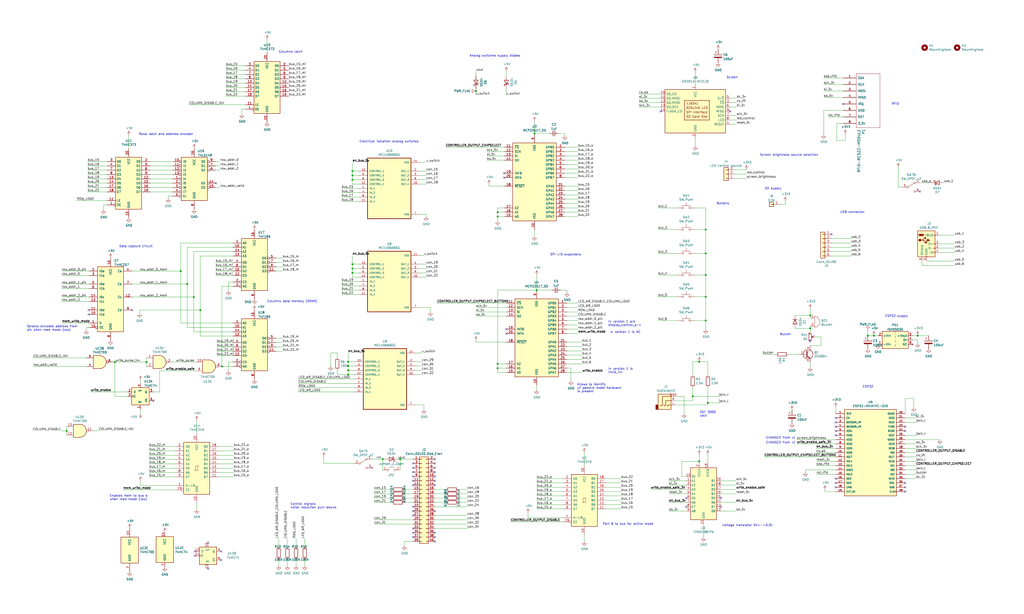
<source format=kicad_sch>
(kicad_sch (version 20211123) (generator eeschema)
  (paper "User" 600.024 359.994)
  (title_block (title "Elfacun") (date "2023-01-07") (rev "v2.1") (comment 2 "Distributed under GPL3 license") (comment 3 "Elfacun Chess Interface (c) Inmbolmie 2022"))
  (junction (at 405.892 232.41))
  (junction (at 130.048 214.884))
  (junction (at 206.502 105.41))
  (junction (at 203.962 214.63))
  (junction (at 291.592 215.9))
  (junction (at 206.502 157.48))
  (junction (at 474.726 184.912))
  (junction (at 291.592 124.46))
  (junction (at 291.592 127))
  (junction (at 474.726 192.532))
  (junction (at 203.962 212.09))
  (junction (at 278.892 53.34))
  (junction (at 314.452 170.18))
  (junction (at 409.702 212.09))
  (junction (at 67.31 212.344))
  (junction (at 413.512 134.62))
  (junction (at 313.182 78.232))
  (junction (at 414.782 236.22))
  (junction (at 39.116 252.73))
  (junction (at 206.502 154.94))
  (junction (at 109.728 166.624))
  (junction (at 85.852 212.344))
  (junction (at 224.282 269.24))
  (junction (at 117.348 181.864))
  (junction (at 234.442 269.24))
  (junction (at 291.592 213.36))
  (junction (at 413.512 148.59))
  (junction (at 512.064 196.85))
  (junction (at 203.962 217.17))
  (junction (at 113.538 174.244))
  (junction (at 206.502 102.87))
  (junction (at 537.718 196.85))
  (junction (at 413.512 173.99))
  (junction (at 508.508 196.85))
  (junction (at 413.512 187.96))
  (junction (at 206.502 160.02))
  (junction (at 105.918 159.004))
  (junction (at 206.502 100.33))
  (junction (at 203.962 219.71))
  (junction (at 409.702 270.51))
  (junction (at 413.512 161.29))
  (no_connect (at 242.062 284.48))
  (no_connect (at 489.712 250.19))
  (no_connect (at 422.402 297.18))
  (no_connect (at 114.3 323.342))
  (no_connect (at 296.672 195.58))
  (no_connect (at 52.07 184.404))
  (no_connect (at 254.762 317.5))
  (no_connect (at 489.712 280.67))
  (no_connect (at 530.352 288.29))
  (no_connect (at 402.082 297.18))
  (no_connect (at 242.062 302.26))
  (no_connect (at 387.096 65.278))
  (no_connect (at 489.712 255.27))
  (no_connect (at 254.762 276.86))
  (no_connect (at 530.352 285.75))
  (no_connect (at 121.92 333.502))
  (no_connect (at 530.352 252.73))
  (no_connect (at 254.762 274.32))
  (no_connect (at 77.47 181.864))
  (no_connect (at 242.062 314.96))
  (no_connect (at 295.402 104.14))
  (no_connect (at 402.082 292.1))
  (no_connect (at 494.03 60.96))
  (no_connect (at 254.762 281.94))
  (no_connect (at 474.726 200.152))
  (no_connect (at 242.062 276.86))
  (no_connect (at 242.062 299.72))
  (no_connect (at 295.402 101.6))
  (no_connect (at 114.3 325.882))
  (no_connect (at 242.062 297.18))
  (no_connect (at 538.988 112.268))
  (no_connect (at 530.352 250.19))
  (no_connect (at 242.062 279.4))
  (no_connect (at 254.762 312.42))
  (no_connect (at 487.172 137.414))
  (no_connect (at 489.712 247.65))
  (no_connect (at 422.402 292.1))
  (no_connect (at 489.712 283.21))
  (no_connect (at 129.54 328.422))
  (no_connect (at 489.712 252.73))
  (no_connect (at 129.54 323.342))
  (no_connect (at 427.736 65.278))
  (no_connect (at 254.762 279.4))
  (no_connect (at 254.762 314.96))
  (no_connect (at 254.762 269.24))
  (no_connect (at 242.062 274.32))
  (no_connect (at 242.062 281.94))
  (no_connect (at 530.352 283.21))
  (no_connect (at 242.062 312.42))
  (no_connect (at 242.062 271.78))
  (no_connect (at 489.712 285.75))
  (no_connect (at 489.712 245.11))
  (no_connect (at 126.492 107.442))
  (no_connect (at 217.932 274.32))
  (no_connect (at 52.07 181.864))
  (no_connect (at 254.762 299.72))
  (no_connect (at 121.92 318.262))
  (no_connect (at 254.762 271.78))
  (no_connect (at 89.916 234.95))
  (no_connect (at 254.762 284.48))
  (no_connect (at 296.672 193.04))
  (no_connect (at 242.062 309.88))
  (wire (pts (xy 323.342 170.18) (xy 314.452 170.18)))
  (wire (pts (xy 75.438 79.502) (xy 75.438 87.122)))
  (wire (pts (xy 210.312 172.72) (xy 200.152 172.72)))
  (wire (pts (xy 413.512 121.92) (xy 407.162 121.92)))
  (wire (pts (xy 430.53 99.568) (xy 437.388 99.568)))
  (wire (pts (xy 81.788 181.864) (xy 81.788 183.642)))
  (wire (pts (xy 400.812 232.41) (xy 395.732 232.41)))
  (wire (pts (xy 52.07 174.244) (xy 36.068 174.244)))
  (wire (pts (xy 51.308 94.742) (xy 62.738 94.742)))
  (wire (pts (xy 559.308 143.002) (xy 550.418 143.002)))
  (wire (pts (xy 156.464 23.368) (xy 156.464 30.988)))
  (wire (pts (xy 291.592 124.46) (xy 291.592 127)))
  (wire (pts (xy 414.782 212.09) (xy 414.782 219.71)))
  (wire (pts (xy 203.962 212.09) (xy 203.962 207.01)))
  (wire (pts (xy 254.762 297.18) (xy 273.812 297.18)))
  (wire (pts (xy 427.736 70.358) (xy 431.546 70.358)))
  (wire (pts (xy 487.172 147.574) (xy 498.602 147.574)))
  (wire (pts (xy 206.502 107.95) (xy 210.312 107.95)))
  (wire (pts (xy 334.518 223.266) (xy 334.518 215.9)))
  (wire (pts (xy 62.738 102.362) (xy 51.308 102.362)))
  (wire (pts (xy 330.962 91.44) (xy 338.582 91.44)))
  (wire (pts (xy 338.582 88.9) (xy 330.962 88.9)))
  (wire (pts (xy 130.048 167.894) (xy 130.048 214.884)))
  (wire (pts (xy 163.322 315.722) (xy 163.322 320.548)))
  (wire (pts (xy 278.892 200.66) (xy 278.892 199.898)))
  (wire (pts (xy 219.202 287.02) (xy 229.362 287.02)))
  (wire (pts (xy 421.132 236.22) (xy 414.782 236.22)))
  (wire (pts (xy 309.372 303.53) (xy 309.372 300.99)))
  (wire (pts (xy 127 203.454) (xy 136.398 203.454)))
  (wire (pts (xy 98.552 115.062) (xy 98.552 116.332)))
  (wire (pts (xy 109.728 145.034) (xy 109.728 166.624)))
  (wire (pts (xy 332.232 213.36) (xy 341.122 213.36)))
  (wire (pts (xy 296.672 185.42) (xy 278.892 185.42)))
  (wire (pts (xy 422.402 289.56) (xy 431.292 289.56)))
  (wire (pts (xy 174.752 222.25) (xy 207.772 222.25)))
  (wire (pts (xy 332.232 210.82) (xy 341.122 210.82)))
  (wire (pts (xy 52.07 161.544) (xy 36.068 161.544)))
  (wire (pts (xy 391.922 289.56) (xy 402.082 289.56)))
  (wire (pts (xy 405.892 232.41) (xy 405.892 234.95)))
  (wire (pts (xy 330.962 101.6) (xy 338.582 101.6)))
  (wire (pts (xy 413.512 187.96) (xy 407.162 187.96)))
  (wire (pts (xy 52.07 176.784) (xy 36.068 176.784)))
  (wire (pts (xy 431.546 62.738) (xy 427.736 62.738)))
  (wire (pts (xy 483.362 288.29) (xy 483.362 287.401)))
  (wire (pts (xy 363.982 288.29) (xy 355.092 288.29)))
  (wire (pts (xy 405.892 212.09) (xy 405.892 219.71)))
  (wire (pts (xy 314.452 285.75) (xy 329.692 285.75)))
  (wire (pts (xy 385.572 173.99) (xy 397.002 173.99)))
  (wire (pts (xy 374.396 60.198) (xy 387.096 60.198)))
  (wire (pts (xy 430.53 102.108) (xy 437.388 102.108)))
  (wire (pts (xy 249.682 107.95) (xy 245.872 107.95)))
  (wire (pts (xy 210.312 100.33) (xy 206.502 100.33)))
  (wire (pts (xy 54.356 252.603) (xy 57.785 252.603)))
  (wire (pts (xy 413.512 134.62) (xy 407.162 134.62)))
  (wire (pts (xy 52.07 159.004) (xy 36.068 159.004)))
  (wire (pts (xy 465.836 184.912) (xy 474.726 184.912)))
  (wire (pts (xy 206.502 154.94) (xy 206.502 157.48)))
  (wire (pts (xy 113.538 147.574) (xy 113.538 174.244)))
  (wire (pts (xy 355.092 295.91) (xy 363.982 295.91)))
  (wire (pts (xy 495.3 78.74) (xy 495.3 82.55)))
  (wire (pts (xy 330.962 96.52) (xy 338.582 96.52)))
  (wire (pts (xy 512.064 196.85) (xy 514.35 196.85)))
  (wire (pts (xy 82.296 240.03) (xy 82.296 242.316)))
  (wire (pts (xy 87.376 261.874) (xy 102.616 261.874)))
  (wire (pts (xy 332.232 205.74) (xy 341.122 205.74)))
  (wire (pts (xy 62.738 107.442) (xy 51.308 107.442)))
  (wire (pts (xy 278.892 182.88) (xy 296.672 182.88)))
  (wire (pts (xy 102.616 264.414) (xy 87.376 264.414)))
  (wire (pts (xy 132.334 53.848) (xy 143.764 53.848)))
  (wire (pts (xy 115.316 298.704) (xy 115.316 294.894)))
  (wire (pts (xy 431.292 281.94) (xy 422.402 281.94)))
  (wire (pts (xy 427.736 57.658) (xy 431.546 57.658)))
  (wire (pts (xy 88.138 104.902) (xy 101.092 104.902)))
  (wire (pts (xy 163.322 328.168) (xy 163.322 331.724)))
  (wire (pts (xy 489.712 260.35) (xy 466.852 260.35)))
  (wire (pts (xy 87.376 277.114) (xy 102.616 277.114)))
  (wire (pts (xy 530.352 280.67) (xy 536.702 280.67)))
  (wire (pts (xy 193.802 207.01) (xy 193.802 214.63)))
  (wire (pts (xy 338.582 177.8) (xy 332.232 177.8)))
  (wire (pts (xy 422.402 284.48) (xy 431.292 284.48)))
  (wire (pts (xy 409.702 270.51) (xy 409.702 271.78)))
  (wire (pts (xy 487.172 142.494) (xy 498.602 142.494)))
  (wire (pts (xy 332.232 218.44) (xy 341.122 218.44)))
  (wire (pts (xy 498.602 145.034) (xy 487.172 145.034)))
  (wire (pts (xy 286.512 109.22) (xy 286.512 108.204)))
  (wire (pts (xy 189.738 267.97) (xy 189.738 271.78)))
  (wire (pts (xy 67.31 212.344) (xy 85.852 212.344)))
  (wire (pts (xy 313.182 71.12) (xy 313.182 78.232)))
  (wire (pts (xy 51.308 99.822) (xy 62.738 99.822)))
  (wire (pts (xy 327.152 78.232) (xy 330.962 78.232)))
  (wire (pts (xy 128.016 266.954) (xy 136.906 266.954)))
  (wire (pts (xy 126.238 153.924) (xy 136.398 153.924)))
  (wire (pts (xy 249.682 125.73) (xy 249.682 127)))
  (wire (pts (xy 39.116 252.73) (xy 35.687 252.73)))
  (wire (pts (xy 338.582 104.14) (xy 330.962 104.14)))
  (wire (pts (xy 109.728 192.024) (xy 109.728 166.624)))
  (wire (pts (xy 210.312 118.11) (xy 200.152 118.11)))
  (wire (pts (xy 431.546 67.818) (xy 427.736 67.818)))
  (wire (pts (xy 200.152 110.49) (xy 210.312 110.49)))
  (wire (pts (xy 405.892 227.33) (xy 405.892 232.41)))
  (wire (pts (xy 536.702 260.35) (xy 530.352 260.35)))
  (wire (pts (xy 530.352 255.27) (xy 536.702 255.27)))
  (wire (pts (xy 130.048 214.884) (xy 136.398 214.884)))
  (wire (pts (xy 143.764 46.228) (xy 132.334 46.228)))
  (wire (pts (xy 332.232 193.04) (xy 338.582 193.04)))
  (wire (pts (xy 197.612 219.71) (xy 203.962 219.71)))
  (wire (pts (xy 245.872 149.86) (xy 248.412 149.86)))
  (wire (pts (xy 413.512 173.99) (xy 413.512 161.29)))
  (wire (pts (xy 143.764 41.148) (xy 132.334 41.148)))
  (wire (pts (xy 126.238 161.544) (xy 136.398 161.544)))
  (wire (pts (xy 261.112 289.56) (xy 254.762 289.56)))
  (wire (pts (xy 117.348 150.114) (xy 117.348 181.864)))
  (wire (pts (xy 338.582 121.92) (xy 330.962 121.92)))
  (wire (pts (xy 498.602 150.114) (xy 487.172 150.114)))
  (wire (pts (xy 200.152 115.57) (xy 210.312 115.57)))
  (wire (pts (xy 414.782 237.49) (xy 395.732 237.49)))
  (wire (pts (xy 385.572 134.62) (xy 397.002 134.62)))
  (wire (pts (xy 203.962 219.71) (xy 207.772 219.71)))
  (wire (pts (xy 127 205.994) (xy 136.398 205.994)))
  (wire (pts (xy 254.762 302.26) (xy 273.812 302.26)))
  (wire (pts (xy 129.032 97.282) (xy 126.492 97.282)))
  (wire (pts (xy 219.202 304.8) (xy 242.062 304.8)))
  (wire (pts (xy 236.982 317.5) (xy 242.062 317.5)))
  (wire (pts (xy 413.512 134.62) (xy 413.512 121.92)))
  (wire (pts (xy 200.152 165.1) (xy 210.312 165.1)))
  (wire (pts (xy 19.304 209.804) (xy 50.8 209.804)))
  (wire (pts (xy 102.616 274.574) (xy 87.376 274.574)))
  (wire (pts (xy 178.562 328.168) (xy 178.562 331.724)))
  (wire (pts (xy 330.962 124.46) (xy 338.582 124.46)))
  (wire (pts (xy 136.398 212.344) (xy 133.858 212.344)))
  (wire (pts (xy 536.702 278.13) (xy 530.352 278.13)))
  (wire (pts (xy 243.332 217.17) (xy 247.142 217.17)))
  (wire (pts (xy 81.788 181.864) (xy 117.348 181.864)))
  (wire (pts (xy 77.47 159.004) (xy 105.918 159.004)))
  (wire (pts (xy 101.092 115.062) (xy 98.552 115.062)))
  (wire (pts (xy 136.906 274.574) (xy 128.016 274.574)))
  (wire (pts (xy 127 208.534) (xy 136.398 208.534)))
  (wire (pts (xy 422.402 299.72) (xy 431.292 299.72)))
  (wire (pts (xy 51.308 109.982) (xy 62.738 109.982)))
  (wire (pts (xy 329.692 283.21) (xy 314.452 283.21)))
  (wire (pts (xy 52.07 189.484) (xy 36.322 189.484)))
  (wire (pts (xy 206.502 154.94) (xy 206.502 149.86)))
  (wire (pts (xy 252.222 182.88) (xy 252.222 180.34)))
  (wire (pts (xy 67.31 232.41) (xy 74.676 232.41)))
  (wire (pts (xy 427.736 60.198) (xy 431.546 60.198)))
  (wire (pts (xy 88.138 112.522) (xy 101.092 112.522)))
  (wire (pts (xy 87.376 266.954) (xy 102.616 266.954)))
  (wire (pts (xy 314.452 290.83) (xy 329.692 290.83)))
  (wire (pts (xy 498.602 139.954) (xy 487.172 139.954)))
  (wire (pts (xy 200.152 170.18) (xy 210.312 170.18)))
  (wire (pts (xy 329.692 288.29) (xy 314.452 288.29)))
  (wire (pts (xy 409.702 212.09) (xy 414.782 212.09)))
  (wire (pts (xy 72.136 287.274) (xy 102.616 287.274)))
  (wire (pts (xy 82.296 224.79) (xy 82.296 223.012)))
  (wire (pts (xy 234.442 269.24) (xy 242.062 269.24)))
  (wire (pts (xy 363.982 283.21) (xy 355.092 283.21)))
  (wire (pts (xy 132.334 43.688) (xy 143.764 43.688)))
  (wire (pts (xy 136.906 279.654) (xy 128.016 279.654)))
  (wire (pts (xy 249.682 162.56) (xy 245.872 162.56)))
  (wire (pts (xy 189.738 271.78) (xy 207.772 271.78)))
  (wire (pts (xy 197.612 209.55) (xy 197.612 207.01)))
  (wire (pts (xy 465.836 192.532) (xy 474.726 192.532)))
  (wire (pts (xy 110.744 61.468) (xy 143.764 61.468)))
  (wire (pts (xy 474.726 191.262) (xy 474.726 192.532)))
  (wire (pts (xy 105.918 189.484) (xy 105.918 159.004)))
  (wire (pts (xy 328.422 170.18) (xy 332.232 170.18)))
  (wire (pts (xy 474.726 212.852) (xy 474.726 215.392)))
  (wire (pts (xy 51.308 104.902) (xy 62.738 104.902)))
  (wire (pts (xy 242.062 289.56) (xy 236.982 289.56)))
  (wire (pts (xy 355.092 280.67) (xy 363.982 280.67)))
  (wire (pts (xy 407.416 80.518) (xy 407.416 85.598)))
  (wire (pts (xy 338.582 99.06) (xy 330.962 99.06)))
  (wire (pts (xy 478.282 262.89) (xy 489.712 262.89)))
  (wire (pts (xy 143.764 56.388) (xy 132.334 56.388)))
  (wire (pts (xy 203.962 212.09) (xy 203.962 214.63)))
  (wire (pts (xy 197.612 219.71) (xy 197.612 217.17)))
  (wire (pts (xy 77.47 174.244) (xy 113.538 174.244)))
  (wire (pts (xy 102.616 284.734) (xy 82.296 284.734)))
  (wire (pts (xy 217.932 269.24) (xy 224.282 269.24)))
  (wire (pts (xy 559.308 148.082) (xy 550.418 148.082)))
  (wire (pts (xy 530.352 267.97) (xy 536.702 267.97)))
  (wire (pts (xy 296.672 218.44) (xy 291.592 218.44)))
  (wire (pts (xy 477.266 197.612) (xy 481.076 197.612)))
  (wire (pts (xy 508.508 193.802) (xy 508.508 196.85)))
  (wire (pts (xy 234.442 275.59) (xy 234.442 269.24)))
  (wire (pts (xy 236.982 292.1) (xy 242.062 292.1)))
  (wire (pts (xy 437.388 104.648) (xy 430.53 104.648)))
  (wire (pts (xy 399.542 270.51) (xy 409.702 270.51)))
  (wire (pts (xy 206.502 105.41) (xy 206.502 107.95)))
  (wire (pts (xy 268.732 292.1) (xy 273.812 292.1)))
  (wire (pts (xy 332.232 170.18) (xy 332.232 171.45)))
  (wire (pts (xy 168.402 328.168) (xy 168.402 331.724)))
  (wire (pts (xy 489.712 273.05) (xy 478.282 273.05)))
  (wire (pts (xy 243.332 207.01) (xy 247.142 207.01)))
  (wire (pts (xy 88.138 94.742) (xy 101.092 94.742)))
  (wire (pts (xy 143.764 64.008) (xy 141.732 64.008)))
  (wire (pts (xy 117.348 197.104) (xy 136.398 197.104)))
  (wire (pts (xy 178.562 315.722) (xy 178.562 320.548)))
  (wire (pts (xy 530.352 257.81) (xy 550.672 257.81)))
  (wire (pts (xy 273.812 289.56) (xy 268.732 289.56)))
  (wire (pts (xy 254.762 287.02) (xy 261.112 287.02)))
  (wire (pts (xy 161.798 159.004) (xy 165.608 159.004)))
  (wire (pts (xy 374.396 57.658) (xy 387.096 57.658)))
  (wire (pts (xy 87.376 272.034) (xy 102.616 272.034)))
  (wire (pts (xy 489.712 257.81) (xy 466.852 257.81)))
  (wire (pts (xy 85.852 212.344) (xy 85.852 214.884)))
  (wire (pts (xy 490.22 72.39) (xy 494.03 72.39)))
  (wire (pts (xy 207.772 229.87) (xy 174.752 229.87)))
  (wire (pts (xy 530.352 245.11) (xy 536.702 245.11)))
  (wire (pts (xy 467.106 207.772) (xy 462.026 207.772)))
  (wire (pts (xy 342.392 265.43) (xy 342.392 273.05)))
  (wire (pts (xy 530.352 247.65) (xy 536.702 247.65)))
  (wire (pts (xy 60.706 120.142) (xy 60.706 122.936)))
  (wire (pts (xy 82.296 284.734) (xy 82.296 282.194)))
  (wire (pts (xy 471.932 275.59) (xy 471.932 276.86)))
  (wire (pts (xy 52.07 192.024) (xy 50.546 192.024)))
  (wire (pts (xy 85.852 209.804) (xy 85.852 212.344)))
  (wire (pts (xy 291.592 215.9) (xy 291.592 213.36)))
  (wire (pts (xy 478.282 270.51) (xy 489.712 270.51)))
  (wire (pts (xy 530.352 233.68) (xy 535.432 233.68)))
  (wire (pts (xy 245.872 105.41) (xy 249.682 105.41)))
  (wire (pts (xy 245.872 160.02) (xy 249.682 160.02)))
  (wire (pts (xy 490.22 82.55) (xy 490.22 72.39)))
  (wire (pts (xy 89.916 229.87) (xy 93.472 229.87)))
  (wire (pts (xy 254.762 307.34) (xy 273.812 307.34)))
  (wire (pts (xy 136.906 269.494) (xy 128.016 269.494)))
  (wire (pts (xy 136.398 165.354) (xy 133.858 165.354)))
  (wire (pts (xy 454.406 207.772) (xy 446.786 207.772)))
  (wire (pts (xy 161.798 200.914) (xy 165.608 200.914)))
  (wire (pts (xy 385.572 148.59) (xy 397.002 148.59)))
  (wire (pts (xy 544.068 196.85) (xy 537.718 196.85)))
  (wire (pts (xy 374.396 55.118) (xy 387.096 55.118)))
  (wire (pts (xy 481.076 202.692) (xy 474.726 202.692)))
  (wire (pts (xy 252.222 180.34) (xy 245.872 180.34)))
  (wire (pts (xy 102.616 279.654) (xy 87.376 279.654)))
  (wire (pts (xy 50.8 214.884) (xy 19.304 214.884)))
  (wire (pts (xy 314.452 228.6) (xy 314.452 226.06)))
  (wire (pts (xy 261.112 86.36) (xy 295.402 86.36)))
  (wire (pts (xy 550.418 137.922) (xy 559.308 137.922)))
  (wire (pts (xy 161.798 156.464) (xy 165.608 156.464)))
  (wire (pts (xy 126.238 156.464) (xy 136.398 156.464)))
  (wire (pts (xy 329.692 298.45) (xy 314.452 298.45)))
  (wire (pts (xy 224.282 269.24) (xy 225.552 269.24)))
  (wire (pts (xy 249.682 95.25) (xy 245.872 95.25)))
  (wire (pts (xy 489.712 238.76) (xy 489.712 242.57)))
  (wire (pts (xy 338.582 127) (xy 330.962 127)))
  (wire (pts (xy 219.202 292.1) (xy 229.362 292.1)))
  (wire (pts (xy 249.682 102.87) (xy 245.872 102.87)))
  (wire (pts (xy 332.232 200.66) (xy 341.122 200.66)))
  (wire (pts (xy 295.402 93.98) (xy 285.242 93.98)))
  (wire (pts (xy 413.512 161.29) (xy 413.512 148.59)))
  (wire (pts (xy 291.592 213.36) (xy 296.672 213.36)))
  (wire (pts (xy 494.03 49.53) (xy 482.6 49.53)))
  (wire (pts (xy 537.718 199.39) (xy 537.718 201.168)))
  (wire (pts (xy 478.282 278.13) (xy 489.712 278.13)))
  (wire (pts (xy 229.362 289.56) (xy 219.202 289.56)))
  (wire (pts (xy 460.121 119.888) (xy 457.073 119.888)))
  (wire (pts (xy 248.412 237.49) (xy 248.412 240.03)))
  (wire (pts (xy 295.402 124.46) (xy 291.592 124.46)))
  (wire (pts (xy 355.092 285.75) (xy 363.982 285.75)))
  (wire (pts (xy 285.242 91.44) (xy 295.402 91.44)))
  (wire (pts (xy 278.892 53.34) (xy 278.892 55.88)))
  (wire (pts (xy 413.512 173.99) (xy 407.162 173.99)))
  (wire (pts (xy 236.982 320.04) (xy 236.982 317.5)))
  (wire (pts (xy 535.432 238.76) (xy 535.432 233.68)))
  (wire (pts (xy 256.032 177.8) (xy 296.672 177.8)))
  (wire (pts (xy 363.982 293.37) (xy 355.092 293.37)))
  (wire (pts (xy 62.738 97.282) (xy 51.308 97.282)))
  (wire (pts (xy 247.142 214.63) (xy 243.332 214.63)))
  (wire (pts (xy 247.142 219.71) (xy 243.332 219.71)))
  (wire (pts (xy 245.872 125.73) (xy 249.682 125.73)))
  (wire (pts (xy 363.982 298.45) (xy 355.092 298.45)))
  (wire (pts (xy 286.512 109.22) (xy 295.402 109.22)))
  (wire (pts (xy 329.692 293.37) (xy 314.452 293.37)))
  (wire (pts (xy 400.812 242.57) (xy 400.812 232.41)))
  (wire (pts (xy 508.508 196.85) (xy 512.064 196.85)))
  (wire (pts (xy 245.872 154.94) (xy 249.682 154.94)))
  (wire (pts (xy 93.472 229.87) (xy 93.472 217.424)))
  (wire (pts (xy 414.782 236.22) (xy 414.782 237.49)))
  (wire (pts (xy 413.512 193.04) (xy 413.512 187.96)))
  (wire (pts (xy 39.116 250.063) (xy 39.116 252.73)))
  (wire (pts (xy 105.918 142.494) (xy 136.398 142.494)))
  (wire (pts (xy 482.6 78.74) (xy 482.6 64.77)))
  (wire (pts (xy 126.492 94.742) (xy 129.032 94.742)))
  (wire (pts (xy 489.712 267.97) (xy 447.802 267.97)))
  (wire (pts (xy 385.572 187.96) (xy 397.002 187.96)))
  (wire (pts (xy 126.492 99.822) (xy 129.032 99.822)))
  (wire (pts (xy 173.482 328.168) (xy 173.482 331.724)))
  (wire (pts (xy 206.502 100.33) (xy 206.502 102.87)))
  (wire (pts (xy 207.772 217.17) (xy 203.962 217.17)))
  (wire (pts (xy 402.082 279.4) (xy 399.542 279.4)))
  (wire (pts (xy 391.922 281.94) (xy 402.082 281.94)))
  (wire (pts (xy 128.016 277.114) (xy 136.906 277.114)))
  (wire (pts (xy 136.398 167.894) (xy 130.048 167.894)))
  (wire (pts (xy 402.082 284.48) (xy 391.922 284.48)))
  (wire (pts (xy 332.232 180.34) (xy 338.582 180.34)))
  (wire (pts (xy 474.726 184.912) (xy 474.726 181.102)))
  (wire (pts (xy 236.982 287.02) (xy 242.062 287.02)))
  (wire (pts (xy 534.67 199.39) (xy 537.718 199.39)))
  (wire (pts (xy 173.482 315.722) (xy 173.482 320.548)))
  (wire (pts (xy 62.738 120.142) (xy 60.706 120.142)))
  (wire (pts (xy 330.962 119.38) (xy 338.582 119.38)))
  (wire (pts (xy 206.502 100.33) (xy 206.502 95.25)))
  (wire (pts (xy 254.762 309.88) (xy 273.812 309.88)))
  (wire (pts (xy 88.138 102.362) (xy 101.092 102.362)))
  (wire (pts (xy 385.572 161.29) (xy 397.002 161.29)))
  (wire (pts (xy 338.582 111.76) (xy 330.962 111.76)))
  (wire (pts (xy 489.712 265.43) (xy 478.282 265.43)))
  (wire (pts (xy 530.352 233.68) (xy 530.352 242.57)))
  (wire (pts (xy 291.592 218.44) (xy 291.592 215.9)))
  (wire (pts (xy 422.402 294.64) (xy 431.292 294.64)))
  (wire (pts (xy 314.452 280.67) (xy 329.692 280.67)))
  (wire (pts (xy 402.082 299.72) (xy 391.922 299.72)))
  (wire (pts (xy 44.958 117.602) (xy 62.738 117.602)))
  (wire (pts (xy 285.242 88.9) (xy 295.402 88.9)))
  (wire (pts (xy 338.582 190.5) (xy 332.232 190.5)))
  (wire (pts (xy 113.538 194.564) (xy 113.538 174.244)))
  (wire (pts (xy 88.138 97.282) (xy 101.092 97.282)))
  (wire (pts (xy 197.612 207.01) (xy 193.802 207.01)))
  (wire (pts (xy 161.798 151.384) (xy 165.608 151.384)))
  (wire (pts (xy 332.232 187.96) (xy 338.582 187.96)))
  (wire (pts (xy 245.872 100.33) (xy 249.682 100.33)))
  (wire (pts (xy 203.962 214.63) (xy 207.772 214.63)))
  (wire (pts (xy 330.962 78.232) (xy 330.962 79.502)))
  (wire (pts (xy 115.316 246.634) (xy 115.316 254.254)))
  (wire (pts (xy 313.182 138.43) (xy 313.182 134.62)))
  (wire (pts (xy 494.03 57.15) (xy 482.6 57.15)))
  (wire (pts (xy 296.672 41.91) (xy 296.672 44.45)))
  (wire (pts (xy 254.762 292.1) (xy 261.112 292.1)))
  (wire (pts (xy 332.232 185.42) (xy 338.582 185.42)))
  (wire (pts (xy 224.282 275.59) (xy 224.282 269.24)))
  (wire (pts (xy 530.352 265.43) (xy 536.702 265.43)))
  (wire (pts (xy 102.616 269.494) (xy 87.376 269.494)))
  (wire (pts (xy 53.086 229.87) (xy 74.676 229.87)))
  (wire (pts (xy 268.732 287.02) (xy 273.812 287.02)))
  (wire (pts (xy 133.858 212.344) (xy 133.858 217.424)))
  (wire (pts (xy 219.202 307.34) (xy 242.062 307.34)))
  (wire (pts (xy 132.334 38.608) (xy 143.764 38.608)))
  (wire (pts (xy 52.07 166.624) (xy 36.068 166.624)))
  (wire (pts (xy 332.232 203.2) (xy 341.122 203.2)))
  (wire (pts (xy 460.121 118.11) (xy 460.121 119.888)))
  (wire (pts (xy 254.762 304.8) (xy 273.812 304.8)))
  (wire (pts (xy 161.798 203.454) (xy 165.608 203.454)))
  (wire (pts (xy 117.348 150.114) (xy 136.398 150.114)))
  (wire (pts (xy 299.212 306.07) (xy 329.692 306.07)))
  (wire (pts (xy 109.728 192.024) (xy 136.398 192.024)))
  (wire (pts (xy 550.418 145.542) (xy 559.308 145.542)))
  (wire (pts (xy 399.542 279.4) (xy 399.542 270.51)))
  (wire (pts (xy 338.582 195.58) (xy 332.232 195.58)))
  (wire (pts (xy 206.502 160.02) (xy 206.502 162.56)))
  (wire (pts (xy 136.906 264.414) (xy 128.016 264.414)))
  (wire (pts (xy 489.712 288.29) (xy 483.362 288.29)))
  (wire (pts (xy 330.962 114.3) (xy 338.582 114.3)))
  (wire (pts (xy 342.392 317.5) (xy 342.392 313.69)))
  (wire (pts (xy 105.918 189.484) (xy 136.398 189.484)))
  (wire (pts (xy 482.6 53.34) (xy 494.03 53.34)))
  (wire (pts (xy 168.402 315.722) (xy 168.402 320.548)))
  (wire (pts (xy 50.546 192.024) (xy 50.546 193.548)))
  (wire (pts (xy 66.04 212.344) (xy 67.31 212.344)))
  (wire (pts (xy 536.702 273.05) (xy 530.352 273.05)))
  (wire (pts (xy 291.592 127) (xy 291.592 129.54)))
  (wire (pts (xy 52.07 169.164) (xy 36.068 169.164)))
  (wire (pts (xy 291.592 121.92) (xy 291.592 124.46)))
  (wire (pts (xy 127 200.914) (xy 136.398 200.914)))
  (wire (pts (xy 338.582 116.84) (xy 330.962 116.84)))
  (wire (pts (xy 414.782 266.7) (xy 414.782 271.78)))
  (wire (pts (xy 540.258 155.702) (xy 559.308 155.702)))
  (wire (pts (xy 278.892 41.91) (xy 278.892 44.45)))
  (wire (pts (xy 88.138 99.822) (xy 101.092 99.822)))
  (wire (pts (xy 313.182 78.232) (xy 313.182 78.74)))
  (wire (pts (xy 88.138 107.442) (xy 101.092 107.442)))
  (wire (pts (xy 338.582 93.98) (xy 330.962 93.98)))
  (wire (pts (xy 295.402 127) (xy 291.592 127)))
  (wire (pts (xy 161.798 205.994) (xy 165.608 205.994)))
  (wire (pts (xy 62.738 112.522) (xy 51.308 112.522)))
  (wire (pts (xy 526.288 109.728) (xy 528.828 109.728)))
  (wire (pts (xy 206.502 160.02) (xy 206.502 157.48)))
  (wire (pts (xy 329.692 303.53) (xy 309.372 303.53)))
  (wire (pts (xy 229.362 294.64) (xy 219.202 294.64)))
  (wire (pts (xy 322.072 78.232) (xy 313.182 78.232)))
  (wire (pts (xy 526.288 98.298) (xy 526.288 109.728)))
  (wire (pts (xy 206.502 157.48) (xy 210.312 157.48)))
  (wire (pts (xy 141.732 64.008) (xy 141.732 66.802)))
  (wire (pts (xy 174.752 227.33) (xy 207.772 227.33)))
  (wire (pts (xy 210.312 160.02) (xy 206.502 160.02)))
  (wire (pts (xy 314.452 161.29) (xy 314.452 170.18)))
  (wire (pts (xy 273.812 294.64) (xy 268.732 294.64)))
  (wire (pts (xy 128.016 261.874) (xy 136.906 261.874)))
  (wire (pts (xy 538.988 107.188) (xy 545.338 107.188)))
  (wire (pts (xy 295.402 121.92) (xy 291.592 121.92)))
  (wire (pts (xy 207.772 224.79) (xy 174.752 224.79)))
  (wire (pts (xy 203.962 217.17) (xy 203.962 214.63)))
  (wire (pts (xy 113.538 147.574) (xy 136.398 147.574)))
  (wire (pts (xy 409.702 266.7) (xy 409.702 270.51)))
  (wire (pts (xy 471.932 275.59) (xy 489.712 275.59)))
  (wire (pts (xy 109.728 145.034) (xy 136.398 145.034)))
  (wire (pts (xy 431.546 72.898) (xy 427.736 72.898)))
  (wire (pts (xy 332.232 215.9) (xy 334.518 215.9)))
  (wire (pts (xy 206.502 105.41) (xy 206.502 102.87)))
  (wire (pts (xy 278.892 180.34) (xy 296.672 180.34)))
  (wire (pts (xy 161.798 153.924) (xy 165.608 153.924)))
  (wire (pts (xy 133.858 165.354) (xy 133.858 170.434)))
  (wire (pts (xy 413.512 187.96) (xy 413.512 173.99)))
  (wire (pts (xy 314.452 295.91) (xy 329.692 295.91)))
  (wire (pts (xy 482.6 64.77) (xy 494.03 64.77)))
  (wire (pts (xy 338.582 182.88) (xy 332.232 182.88)))
  (wire (pts (xy 412.242 314.96) (xy 412.242 307.34)))
  (wire (pts (xy 161.798 198.374) (xy 165.608 198.374)))
  (wire (pts (xy 385.572 121.92) (xy 397.002 121.92)))
  (wire (pts (xy 405.892 232.41) (xy 421.132 232.41)))
  (wire (pts (xy 93.472 217.424) (xy 114.808 217.424)))
  (wire (pts (xy 474.726 192.532) (xy 474.726 195.072)))
  (wire (pts (xy 407.416 42.418) (xy 407.416 50.038)))
  (wire (pts (xy 536.702 270.51) (xy 530.352 270.51)))
  (wire (pts (xy 117.348 197.104) (xy 117.348 181.864)))
  (wire (pts (xy 143.764 51.308) (xy 132.334 51.308)))
  (wire (pts (xy 210.312 105.41) (xy 206.502 105.41)))
  (wire (pts (xy 481.076 197.612) (xy 481.076 202.692)))
  (wire (pts (xy 132.334 48.768) (xy 143.764 48.768)))
  (wire (pts (xy 126.238 159.004) (xy 136.398 159.004)))
  (wire (pts (xy 405.892 234.95) (xy 395.732 234.95)))
  (wire (pts (xy 77.47 166.624) (xy 109.728 166.624)))
  (wire (pts (xy 534.67 196.85) (xy 537.718 196.85)))
  (wire (pts (xy 261.112 294.64) (xy 254.762 294.64)))
  (wire (pts (xy 101.092 212.344) (xy 114.808 212.344)))
  (wire (pts (xy 559.308 153.162) (xy 542.798 153.162)))
  (wire (pts (xy 203.962 217.17) (xy 203.962 219.71)))
  (wire (pts (xy 355.092 290.83) (xy 363.982 290.83)))
  (wire (pts (xy 536.702 275.59) (xy 530.352 275.59)))
  (wire (pts (xy 413.512 161.29) (xy 407.162 161.29)))
  (wire (pts (xy 495.3 82.55) (xy 490.22 82.55)))
  (wire (pts (xy 474.726 184.912) (xy 474.726 186.182)))
  (wire (pts (xy 330.962 109.22) (xy 338.582 109.22)))
  (wire (pts (xy 278.892 200.66) (xy 296.672 200.66)))
  (wire (pts (xy 243.332 212.09) (xy 247.142 212.09)))
  (wire (pts (xy 540.258 153.162) (xy 540.258 155.702)))
  (wire (pts (xy 207.772 212.09) (xy 203.962 212.09)))
  (wire (pts (xy 242.062 294.64) (xy 236.982 294.64)))
  (wire (pts (xy 413.512 148.59) (xy 407.162 148.59)))
  (wire (pts (xy 278.892 52.07) (xy 278.892 53.34)))
  (wire (pts (xy 105.918 142.494) (xy 105.918 159.004)))
  (wire (pts (xy 67.31 232.41) (xy 67.31 212.344)))
  (wire (pts (xy 314.452 170.18) (xy 291.592 170.18)))
  (wire (pts (xy 200.152 113.03) (xy 210.312 113.03)))
  (wire (pts (xy 128.016 272.034) (xy 136.906 272.034)))
  (wire (pts (xy 39.116 255.143) (xy 39.116 252.73)))
  (wire (pts (xy 494.03 45.72) (xy 482.6 45.72)))
  (wire (pts (xy 210.312 154.94) (xy 206.502 154.94)))
  (wire (pts (xy 296.672 215.9) (xy 291.592 215.9)))
  (wire (pts (xy 113.538 194.564) (xy 136.398 194.564)))
  (wire (pts (xy 374.396 62.738) (xy 387.096 62.738)))
  (wire (pts (xy 206.502 102.87) (xy 210.312 102.87)))
  (wire (pts (xy 485.14 68.58) (xy 494.03 68.58)))
  (wire (pts (xy 409.702 212.09) (xy 405.892 212.09)))
  (wire (pts (xy 291.592 170.18) (xy 291.592 213.36)))
  (wire (pts (xy 402.082 287.02) (xy 381.254 287.02)))
  (wire (pts (xy 422.402 287.02) (xy 431.292 287.02)))
  (wire (pts (xy 88.138 109.982) (xy 101.092 109.982)))
  (wire (pts (xy 330.962 86.36) (xy 338.582 86.36)))
  (wire (pts (xy 126.492 109.982) (xy 129.032 109.982)))
  (wire (pts (xy 530.352 262.89) (xy 536.702 262.89)))
  (wire (pts (xy 413.512 148.59) (xy 413.512 134.62)))
  (wire (pts (xy 206.502 162.56) (xy 210.312 162.56)))
  (wire (pts (xy 414.782 227.33) (xy 414.782 236.22)))
  (wire (pts (xy 296.672 52.07) (xy 296.672 55.88)))
  (wire (pts (xy 210.312 167.64) (xy 200.152 167.64)))
  (wire (pts (xy 243.332 237.49) (xy 248.412 237.49)))
  (wire (pts (xy 332.232 208.28) (xy 341.122 208.28)))
  (wire (pts (xy 233.172 269.24) (xy 234.442 269.24)))
  (wire (pts (xy 249.682 157.48) (xy 245.872 157.48)))
  (wire (pts (xy 391.922 294.64) (xy 402.082 294.64)))
  (text "Buzzer" (at 456.946 196.85 0) (effects (font (size 1.27 1.27)) (justify left bottom)))
  (text "Enables mem to bus o \nwhen read mode (low)" (at 64.262 293.624 0) (effects (font (size 1.27 1.27)) (justify left bottom)))
  (text "Selects encoded address from\npic when read mode (low)" (at 15.748 194.31 0) (effects (font (size 1.27 1.27)) (justify left bottom)))
  (text "ESP32" (at 505.46 227.584 0) (effects (font (size 1.27 1.27)) (justify left bottom)))
  (text "Analog switches supply diodes" (at 275.082 33.528 0) (effects (font (size 1.27 1.27)) (justify left bottom)))
  (text "Screen brightness source selection" (at 445.262 91.694 0) (effects (font (size 1.27 1.27)) (justify left bottom)))
  (text "Port B to bus for active mode" (at 353.06 308.102 0) (effects (font (size 1.27 1.27)) (justify left bottom)))
  (text "Columns data memory (SRAM)" (at 156.464 177.546 0) (effects (font (size 1.27 1.27)) (justify left bottom)))
  (text "SD supply" (at 448.056 111.379 0) (effects (font (size 1.27 1.27)) (justify left bottom)))
  (text "USB connector" (at 492.252 125.222 0) (effects (font (size 1.27 1.27)) (justify left bottom)))
  (text "Buttons" (at 419.862 120.142 0) (effects (font (size 1.27 1.27)) (justify left bottom)))
  (text "CHANGED from v1" (at 448.818 257.556 0) (effects (font (size 1.27 1.27)) (justify left bottom)))
  (text "SPI I/O expanders" (at 322.326 150.114 0) (effects (font (size 1.27 1.27)) (justify left bottom)))
  (text "DGT 3000\nJack" (at 409.956 244.602 0) (effects (font (size 1.27 1.27)) (justify left bottom)))
  (text "RFID" (at 522.478 61.722 0) (effects (font (size 1.27 1.27)) (justify left bottom)))
  (text "CHANGED from v1" (at 448.818 260.35 0) (effects (font (size 1.27 1.27)) (justify left bottom)))
  (text "Screen" (at 425.704 46.228 0) (effects (font (size 1.27 1.27)) (justify left bottom)))
  (text "In version 1 is NC\n" (at 357.378 195.58 0) (effects (font (size 1.27 1.27)) (justify left bottom)))
  (text "ESP32 supply" (at 518.668 186.182 0) (effects (font (size 1.27 1.27)) (justify left bottom)))
  (text "Rows latch and address encoder" (at 81.28 79.502 0) (effects (font (size 1.27 1.27)) (justify left bottom)))
  (text "Control signals \nnoise reduction pull-downs" (at 170.18 298.45 0) (effects (font (size 1.27 1.27)) (justify left bottom)))
  (text "Electrical isolation analog switches" (at 210.566 83.82 0) (effects (font (size 1.27 1.27)) (justify left bottom)))
  (text "Data capture circuit\n" (at 69.85 145.288 0) (effects (font (size 1.27 1.27)) (justify left bottom)))
  (text "In version 1 is\ninhib_inv\n" (at 356.362 219.202 0) (effects (font (size 1.27 1.27)) (justify left bottom)))
  (text "Allows to identify \nv2 passive mode hardware\nis present" (at 338.074 230.378 0) (effects (font (size 1.27 1.27)) (justify left bottom)))
  (text "In version 1 are\ndisplay_control_a-c" (at 356.362 191.516 0) (effects (font (size 1.27 1.27)) (justify left bottom)))
  (text "Voltage translator 5V<->3.3V" (at 423.164 308.864 0) (effects (font (size 1.27 1.27)) (justify left bottom)))
  (text "Columns latch" (at 163.322 31.242 0) (effects (font (size 1.27 1.27)) (justify left bottom)))
  (label "con_21" (at 219.202 294.64 0))
  (label "bus_18_o" (at 338.582 93.98 0))
  (label "bus_22_mi" (at 127 208.534 0))
  (label "con_31" (at 247.142 217.17 0))
  (label "so_3v" (at 391.922 299.72 0))
  (label "buzzer" (at 446.786 207.772 0))
  (label "bus_15_mi" (at 126.238 153.924 0))
  (label "bus_20" (at 200.152 167.64 0))
  (label "bus_19_o" (at 338.582 96.52 0))
  (label "buzzer" (at 536.702 278.13 0))
  (label "cs_sd" (at 374.396 55.118 0))
  (label "bus_22_mi" (at 169.164 56.388 0))
  (label "con_18" (at 273.812 289.56 0))
  (label "row_addr_0_pic" (at 338.582 187.96 0))
  (label "sck_3v" (at 391.922 281.94 0))
  (label "rst_rfid" (at 478.282 278.13 0))
  (label "but_3" (at 341.122 205.74 0))
  (label "bus_16_mi" (at 169.164 41.148 0))
  (label "usb_5" (at 498.602 147.574 0))
  (label "bus_16" (at 200.152 113.03 0))
  (label "led_control" (at 437.388 102.108 0))
  (label "bus_16_o" (at 338.582 88.9 0))
  (label "bus_19" (at 132.334 48.768 0))
  (label "bus_20_o" (at 136.906 266.954 0))
  (label "bus_20_mi" (at 169.164 51.308 0))
  (label "v_switch" (at 247.142 207.01 0))
  (label "bus_20" (at 132.334 51.308 0))
  (label "con_16" (at 249.682 102.87 0))
  (label "CONTROLLER_OUTPUT_CHIPSELECT_BUTTONS" (at 447.802 267.97 0) (effects (font (thickness 0.254) bold)))
  (label "bus_17_m" (at 87.376 274.574 0))
  (label "cs_tft" (at 536.702 267.97 0))
  (label "bus_15" (at 363.982 298.45 0))
  (label "bus_19_o" (at 136.906 269.494 0))
  (label "bus_16" (at 338.582 111.76 0))
  (label "bus_19_mi" (at 127 200.914 0))
  (label "cs_sd" (at 478.282 265.43 0))
  (label "con_29" (at 219.202 304.8 0))
  (label "bus_20_m" (at 165.608 200.914 0))
  (label "con_32" (at 273.812 307.34 0))
  (label "bus_16_m" (at 165.608 153.924 0))
  (label "write_pulse_inv" (at 67.564 212.344 0))
  (label "but_2" (at 385.572 134.62 0))
  (label "bus_21_m" (at 87.376 264.414 0))
  (label "reset_3v" (at 478.282 270.51 0))
  (label "bus_17" (at 132.334 43.688 0))
  (label "row_addr_2" (at 129.032 99.822 0))
  (label "COLUMN_DISABLE_INV" (at 110.744 61.468 0) (effects (font italic)))
  (label "bus_18" (at 132.334 46.228 0))
  (label "dc_3v" (at 536.702 280.67 0))
  (label "row_addr_1_pic" (at 338.582 190.5 0))
  (label "mem_write_mode" (at 72.136 287.274 0) (effects (font (thickness 0.254) bold)))
  (label "jack_l" (at 536.702 270.51 0))
  (label "bus_22_m" (at 87.376 261.874 0))
  (label "bus_21" (at 200.152 170.18 0))
  (label "but_4" (at 341.122 208.28 0))
  (label "bus_18" (at 363.982 290.83 0))
  (label "bus_19_o" (at 314.452 288.29 0))
  (label "but_4" (at 385.572 161.29 0))
  (label "en_bus_5v" (at 206.502 149.86 0) (effects (font (thickness 0.254) bold)))
  (label "bus_20" (at 338.582 121.92 0))
  (label "bus_22" (at 132.334 56.388 0))
  (label "usb_1" (at 559.308 137.922 0))
  (label "row_addr_0" (at 129.032 94.742 0))
  (label "bus_18" (at 200.152 118.11 0))
  (label "bus_17" (at 363.982 293.37 0))
  (label "COLUMN_DISABLE" (at 174.752 224.79 0) (effects (font italic)))
  (label "but_3" (at 385.572 148.59 0))
  (label "con_32" (at 247.142 219.71 0))
  (label "con_18" (at 249.682 107.95 0))
  (label "COLUMN_DISABLE_INV" (at 57.785 252.603 0) (effects (font italic)))
  (label "COLUMN_DISABLE" (at 35.687 252.73 180) (effects (font italic)))
  (label "so_5v" (at 431.292 299.72 0))
  (label "vin" (at 220.472 269.24 0))
  (label "bus_15_o" (at 338.582 86.36 0))
  (label "bus_18_o" (at 314.452 290.83 0))
  (label "v_switch" (at 249.682 95.25 0))
  (label "write_enable_safe_3V" (at 466.852 260.35 0) (effects (font (thickness 0.254) bold)))
  (label "so_5v" (at 285.242 93.98 0))
  (label "con_30" (at 273.812 304.8 0))
  (label "bus_21" (at 51.308 109.982 0))
  (label "usb_5" (at 559.308 153.162 0))
  (label "con_20" (at 273.812 292.1 0))
  (label "bus_21_m" (at 165.608 203.454 0))
  (label "row_addr_2_pic" (at 338.582 193.04 0))
  (label "bus_19" (at 51.308 104.902 0))
  (label "vout" (at 233.172 269.24 0))
  (label "sck_3v" (at 482.6 49.53 0))
  (label "bus_16_mi" (at 126.238 156.464 0))
  (label "bus_21_o" (at 338.582 101.6 0))
  (label "bus_15" (at 338.582 109.22 0))
  (label "screen_brightness" (at 466.852 257.81 0))
  (label "sck_3v" (at 374.396 62.738 0))
  (label "bus_18_mi" (at 126.238 161.544 0))
  (label "en_bus_3v" (at 391.922 294.64 0) (effects (font (thickness 0.254) bold)))
  (label "bus_16_o" (at 136.906 277.114 0))
  (label "bus_17_o" (at 314.452 293.37 0))
  (label "bus_17" (at 51.308 99.822 0))
  (label "bus_15" (at 51.308 94.742 0))
  (label "CONTROLLER_OUTPUT_DISABLE" (at 536.702 265.43 0) (effects (font (thickness 0.254) bold)))
  (label "con_31" (at 219.202 307.34 0))
  (label "so_5v" (at 278.892 185.42 0))
  (label "bus_20_mi" (at 127 203.454 0))
  (label "row_addr_0_mem" (at 81.788 159.004 0))
  (label "con_29" (at 247.142 212.09 0))
  (label "bus_17" (at 200.152 115.57 0))
  (label "v_switch" (at 296.672 55.88 0))
  (label "row_addr_1_pic" (at 36.068 166.624 0))
  (label "usb_p" (at 540.004 107.188 0))
  (label "usb_2" (at 559.308 145.542 0))
  (label "bus_17_mi" (at 169.164 43.688 0))
  (label "bus_19_m" (at 165.608 198.374 0))
  (label "bus_18" (at 338.582 116.84 0))
  (label "bus_15_m" (at 165.608 151.384 0))
  (label "mem_write_mode" (at 36.322 189.484 0) (effects (font (thickness 0.254) bold)))
  (label "con_17" (at 249.682 105.41 0))
  (label "si_3v" (at 431.546 62.738 0))
  (label "bus_22_o" (at 314.452 280.67 0))
  (label "bus_16" (at 132.334 41.148 0))
  (label "ROW_LOAD" (at 174.752 227.33 0) (effects (font italic)))
  (label "dc_3v" (at 431.546 57.658 0))
  (label "bus_22" (at 200.152 172.72 0))
  (label "jack_l" (at 421.132 236.22 0))
  (label "bus_15_m" (at 87.376 279.654 0))
  (label "si_5v" (at 285.242 91.44 0))
  (label "bus_15_o" (at 314.452 298.45 0))
  (label "LED_WR_DISABLE_COLUMN_LOAD" (at 174.752 222.25 0) (effects (font italic)))
  (label "bus_18_mi" (at 169.164 46.228 0))
  (label "bus_19" (at 200.152 165.1 0))
  (label "but_5" (at 341.122 210.82 0))
  (label "jack_l" (at 536.702 247.65 0))
  (label "con_19" (at 219.202 292.1 0))
  (label "reset_5v" (at 431.292 289.56 0))
  (label "bus_18_m" (at 165.608 159.004 0))
  (label "led_control" (at 431.546 70.358 0))
  (label "jack_r" (at 421.132 232.41 0))
  (label "row_addr_1" (at 129.032 97.282 0))
  (label "sda_rfid" (at 478.282 273.05 0))
  (label "con_28" (at 273.812 302.26 0))
  (label "bus_20" (at 363.982 285.75 0))
  (label "bus_19_m" (at 87.376 269.494 0))
  (label "con_30" (at 247.142 214.63 0))
  (label "ROW_LOAD" (at 338.582 182.88 0) (effects (font italic)))
  (label "write_enable_safe" (at 431.292 287.02 0) (effects (font (thickness 0.254) bold)))
  (label "CONTROLLER_OUTPUT_CHIPSELECT_BUTTONS" (at 256.032 177.8 0) (effects (font (thickness 0.254) bold)))
  (label "jack_r" (at 536.702 275.59 0))
  (label "bus_15_mi" (at 169.164 38.608 0))
  (label "bus_22_o" (at 136.906 261.874 0))
  (label "LED_WR_LOAD" (at 178.562 315.722 90) (effects (font italic)))
  (label "CONTROLLER_OUTPUT_CHIPSELECT" (at 536.702 273.05 0) (effects (font (thickness 0.254) bold)))
  (label "so_5v" (at 482.6 57.15 0))
  (label "bus_22" (at 363.982 280.67 0))
  (label "row_addr_valid" (at 19.304 214.884 0))
  (label "con_21" (at 249.682 160.02 0))
  (label "bus_21_mi" (at 127 205.994 0))
  (label "con_22" (at 249.682 162.56 0))
  (label "si_5v" (at 278.892 182.88 0))
  (label "con_34" (at 273.812 309.88 0))
  (label "en_bus_5v" (at 203.962 207.01 0) (effects (font (thickness 0.254) bold)))
  (label "bus_16_o" (at 314.452 295.91 0))
  (label "screen_brightness" (at 437.388 104.648 0))
  (label "bus_19" (at 338.582 119.38 0))
  (label "si_5v" (at 431.292 284.48 0))
  (label "si_3v" (at 482.6 53.34 0))
  (label "bus_20_o" (at 314.452 285.75 0))
  (label "LED_WR_DISABLE_COLUMN_LOAD" (at 163.322 315.722 90) (effects (font italic)))
  (label "bus_19" (at 363.982 288.29 0))
  (label "si_3v" (at 391.922 284.48 0))
  (label "en_bus_5v" (at 431.292 294.64 0) (effects (font (thickness 0.254) bold)))
  (label "jack_r" (at 536.702 255.27 0))
  (label "usb_3" (at 498.602 142.494 0))
  (label "usb_4" (at 559.308 148.082 0))
  (label "v_switch" (at 248.412 149.86 0))
  (label "vout" (at 278.892 41.91 0))
  (label "but_1" (at 341.122 200.66 0))
  (label "usb_3" (at 559.308 143.002 0))
  (label "bus_21" (at 363.982 283.21 0))
  (label "write_pulse" (at 103.124 212.344 0))
  (label "usb_1" (at 552.958 107.188 0))
  (label "bus_22" (at 51.308 112.522 0))
  (label "LED_WR_LOAD" (at 338.582 180.34 0) (effects (font italic)))
  (label "row_addr_2" (at 36.068 176.784 0))
  (label "sck_5v" (at 431.292 281.94 0))
  (label "bus_16_m" (at 87.376 277.114 0))
  (label "write_enable_safe" (at 97.028 217.424 0) (effects (font (thickness 0.254) bold)))
  (label "COLUMN_DISABLE" (at 168.402 315.722 90) (effects (font italic)))
  (label "CONTROLLER_OUTPUT_CHIPSELECT" (at 261.112 86.36 0) (effects (font (thickness 0.254) bold)))
  (label "cs_tft" (at 431.546 60.198 0))
  (label "write_enable_safe_3V" (at 381.254 287.02 0) (effects (font (thickness 0.254) bold)))
  (label "so_5v" (at 374.396 60.198 0))
  (label "bus_17_o" (at 338.582 91.44 0))
  (label "bus_21" (at 132.334 53.848 0))
  (label "but_6" (at 385.572 187.96 0))
  (label "con_19" (at 249.682 154.94 0))
  (label "bus_21_mi" (at 169.164 53.848 0))
  (label "so_3v" (at 536.702 260.35 0))
  (label "bus_18_o" (at 136.906 272.034 0))
  (label "si_3v" (at 536.702 245.11 0))
  (label "bus_16" (at 51.308 97.282 0))
  (label "usb_2" (at 498.602 139.954 0))
  (label "but_5" (at 385.572 173.99 0))
  (label "con_15" (at 249.682 100.33 0))
  (label "bus_17_m" (at 165.608 156.464 0))
  (label "CONTROLLER_OUTPUT_DISABLE" (at 299.212 306.07 0) (effects (font (thickness 0.254) bold)))
  (label "bus_16" (at 363.982 295.91 0))
  (label "bus_19_mi" (at 169.164 48.768 0))
  (label "usb_4" (at 498.602 145.034 0))
  (label "row_addr_valid" (at 129.032 109.982 0))
  (label "LED_WR_LOAD" (at 174.752 229.87 0) (effects (font italic)))
  (label "mem_write_mode" (at 338.582 195.58 0) (effects (font (thickness 0.254) bold)))
  (label "ROW_LOAD" (at 173.482 315.722 90) (effects (font italic)))
  (label "COLUMN_DISABLE_INV" (at 19.304 209.804 0) (effects (font italic)))
  (label "en_bus_5v" (at 206.502 95.25 0) (effects (font (thickness 0.254) bold)))
  (label "con_15" (at 219.202 287.02 0))
  (label "row_addr_2_mem" (at 81.788 174.244 0))
  (label "row_addr_0_pic" (at 36.068 159.004 0))
  (label "but_1" (at 385.572 121.92 0))
  (label "but_2" (at 341.122 203.2 0))
  (label "con_17" (at 219.202 289.56 0))
  (label "write_enable" (at 53.086 229.87 0) (effects (font (thickness 0.254) bold)))
  (label "bus_15_o" (at 136.906 279.654 0))
  (label "reset_3v" (at 391.922 289.56 0))
  (label "en_bus_3v" (at 478.282 262.89 0) (effects (font (thickness 0.254) bold)))
  (label "sda_rfid" (at 482.6 45.72 0))
  (label "usb_6" (at 498.602 150.114 0))
  (label "bus_18" (at 51.308 102.362 0))
  (label "bus_22_m" (at 165.608 205.994 0))
  (label "bus_20_m" (at 87.376 266.954 0))
  (label "bus_18_m" (at 87.376 272.034 0))
  (label "bus_21" (at 338.582 124.46 0))
  (label "bus_20" (at 51.308 107.442 0))
  (label "sck_3v" (at 536.702 262.89 0))
  (label "si_3v" (at 374.396 57.658 0))
  (label "bus_17_o" (at 136.906 274.574 0))
  (label "bus_20_o" (at 338.582 99.06 0))
  (label "usb_6" (at 559.308 155.702 0))
  (label "con_24" (at 273.812 297.18 0))
  (label "LED_WR_DISABLE_COLUMN_LOAD" (at 338.582 177.8 0) (effects (font italic)))
  (label "sck_3v" (at 431.546 67.818 0))
  (label "row_addr_1" (at 36.068 169.164 0))
  (label "bus_15" (at 200.152 110.49 0))
  (label "sck_5v" (at 278.892 180.34 0))
  (label "bus_21_o" (at 136.906 264.414 0))
  (label "con_16" (at 273.812 287.02 0))
  (label "row_addr_2_pic" (at 36.068 174.244 0))
  (label "but_6" (at 341.122 213.36 0))
  (label "bus_22" (at 338.582 127 0))
  (label "bus_21_o" (at 314.452 283.21 0))
  (label "bus_22_o" (at 338.582 104.14 0))
  (label "con_22" (at 273.812 294.64 0))
  (label "bus_17" (at 338.582 114.3 0))
  (label "con_20" (at 249.682 157.48 0))
  (label "reset_3v" (at 431.546 72.898 0))
  (label "rst_rfid" (at 485.14 68.58 0))
  (label "write_enable" (at 341.122 218.44 0) (effects (font (thickness 0.254) bold)))
  (label "bus_17_mi" (at 126.238 159.004 0))
  (label "row_addr_1_mem" (at 81.788 166.624 0))
  (label "COLUMN_DISABLE" (at 338.582 185.42 0) (effects (font italic)))
  (label "sck_5v" (at 285.242 88.9 0))
  (label "v_switch" (at 278.892 55.88 0))
  (label "row_addr_0" (at 36.068 161.544 0))
  (label "bus_15" (at 132.334 38.608 0))
  (label "ROW_LOAD" (at 44.958 117.602 0) (effects (font italic)))
  (symbol (lib_id "Interface_Expansion:MCP23S17_SS") (at 313.182 106.68 0) (unit 1) (in_bom no)
    (property "Reference" "U3" (at 313.182 74.1426 0))
    (property "Value" "MCP23S17_SS" (at 313.182 76.454 0))
    (property "Footprint" "Package_DIP:DIP-28_W7.62mm" (effects hide))
    (property "Datasheet" "http://ww1.microchip.com/downloads/en/DeviceDoc/20001952C.pdf" (effects hide))
    (property "LCSC" "C145413" (effects hide))
  )
  (symbol (lib_id "Interface_Expansion:MCP23S17_SS") (at 314.452 198.12 0) (unit 1) (in_bom no)
    (property "Reference" "U4" (at 314.452 165.5826 0))
    (property "Value" "MCP23S17_SS" (at 314.452 167.894 0))
    (property "Footprint" "Package_DIP:DIP-28_W7.62mm" (effects hide))
    (property "Datasheet" "http://ww1.microchip.com/downloads/en/DeviceDoc/20001952C.pdf" (effects hide))
    (property "LCSC" "C145413" (effects hide))
  )
  (symbol (lib_id "74xx:74HC245") (at 342.392 293.37 0) (unit 1)
    (property "Reference" "U2" (at 342.392 268.4526 0))
    (property "Value" "74HC245" (at 342.392 270.764 0))
    (property "Footprint" "Package_SO:SO-20_5.3x12.6mm_P1.27mm" (effects hide))
    (property "Datasheet" "http://www.ti.com/lit/gpn/sn74HC245" (effects hide))
    (property "LCSC" "C133641" (effects hide))
  )
  (symbol (lib_id "Logic_LevelTranslator:TXS0108EPW") (at 412.242 289.56 0) (unit 1)
    (property "Reference" "U1" (at 412.242 309.6006 0))
    (property "Value" "TXS0108EPW" (at 412.242 311.912 0))
    (property "Footprint" "Package_SO:TSSOP-20_4.4x6.5mm_P0.65mm" (effects hide))
    (property "Datasheet" "www.ti.com/lit/ds/symlink/txs0108e.pdf" (effects hide))
    (property "LCSC" "C53406" (effects hide))
  )
  (symbol (lib_id "Device:Buzzer") (at 477.266 188.722 0) (unit 1) (in_bom no)
    (property "Reference" "BZ1" (at 481.1268 187.9854 0) (effects (justify left)))
    (property "Value" "Buzzer" (at 481.1268 190.2968 0) (effects (justify left)))
    (property "Footprint" "Buzzer_Beeper:MagneticBuzzer_ProSignal_ABT-410-RC" (effects hide))
  )
  (symbol (lib_id "Diode:1N4148") (at 465.836 188.722 270) (unit 1)
    (property "Reference" "D1" (at 471.3478 188.722 0))
    (property "Value" "SS34" (at 469.0364 188.722 0))
    (property "Footprint" "Diode_SMD:D_SMA" (effects hide))
    (property "Datasheet" "https://assets.nexperia.com/documents/data-sheet/1N4148_1N4448.pdf" (effects hide))
    (property "LCSC" "C8678" (effects hide))
  )
  (symbol (lib_id "Device:R") (at 458.216 207.772 90) (unit 1)
    (property "Reference" "R1" (at 459.3844 209.55 0) (effects (justify right)))
    (property "Value" "150" (at 457.073 209.55 0) (effects (justify right)))
    (property "Footprint" "Resistor_SMD:R_0603_1608Metric" (effects hide))
    (property "LCSC" "C22808" (effects hide))
  )
  (symbol (lib_id "Device:R") (at 405.892 223.52 0) (unit 1)
    (property "Reference" "R2" (at 407.67 222.3516 0) (effects (justify left)))
    (property "Value" "1,5K" (at 407.67 224.663 0) (effects (justify left)))
    (property "Footprint" "Resistor_SMD:R_0603_1608Metric" (effects hide))
    (property "LCSC" "C22843" (effects hide))
  )
  (symbol (lib_id "Device:R") (at 414.782 223.52 0) (unit 1)
    (property "Reference" "R3" (at 416.56 222.3516 0) (effects (justify left)))
    (property "Value" "1,5K" (at 416.56 224.663 0) (effects (justify left)))
    (property "Footprint" "Resistor_SMD:R_0603_1608Metric" (effects hide))
    (property "LCSC" "C22843" (effects hide))
  )
  (symbol (lib_id "Switch:SW_Push") (at 402.082 121.92 0) (unit 1) (in_bom no)
    (property "Reference" "SW1" (at 402.082 114.681 0))
    (property "Value" "SW_Push" (at 402.082 116.9924 0))
    (property "Footprint" "audio:honyone_pb13_switch" (effects hide))
  )
  (symbol (lib_id "Switch:SW_Push") (at 402.082 134.62 0) (unit 1) (in_bom no)
    (property "Reference" "SW2" (at 402.082 127.381 0))
    (property "Value" "SW_Push" (at 402.082 129.6924 0))
    (property "Footprint" "audio:honyone_pb13_switch" (effects hide))
  )
  (symbol (lib_id "Switch:SW_Push") (at 402.082 148.59 0) (unit 1) (in_bom no)
    (property "Reference" "SW3" (at 402.082 141.351 0))
    (property "Value" "SW_Push" (at 402.082 143.6624 0))
    (property "Footprint" "audio:honyone_pb13_switch" (effects hide))
  )
  (symbol (lib_id "Switch:SW_Push") (at 402.082 161.29 0) (unit 1) (in_bom no)
    (property "Reference" "SW4" (at 402.082 154.051 0))
    (property "Value" "SW_Push" (at 402.082 156.3624 0))
    (property "Footprint" "audio:honyone_pb13_switch" (effects hide))
  )
  (symbol (lib_id "Switch:SW_Push") (at 402.082 173.99 0) (unit 1) (in_bom no)
    (property "Reference" "SW5" (at 402.082 166.751 0))
    (property "Value" "SW_Push" (at 402.082 169.0624 0))
    (property "Footprint" "audio:honyone_pb13_switch" (effects hide))
  )
  (symbol (lib_id "Switch:SW_Push") (at 402.082 187.96 0) (unit 1) (in_bom no)
    (property "Reference" "SW6" (at 402.082 180.721 0))
    (property "Value" "SW_Push" (at 402.082 183.0324 0))
    (property "Footprint" "audio:honyone_pb13_switch" (effects hide))
  )
  (symbol (lib_id "rfid:RFID-RC522-MODULE") (at 508 59.69 270) (unit 1) (in_bom no)
    (property "Reference" "P1" (at 505.968 75.6412 0) (effects (font (size 1.524 1.524)) (justify left)))
    (property "Value" "RFID-RC522-MODULE" (at 503.2756 75.6412 0) (effects (font (size 1.524 1.524)) (justify left)))
    (property "Footprint" "Connector_PinHeader_2.54mm:PinHeader_1x08_P2.54mm_Vertical" (effects hide))
  )
  (symbol (lib_id "conn_cus:AudioJack3") (at 390.652 234.95 0) (unit 1) (in_bom no)
    (property "Reference" "J1" (at 390.1948 226.695 0))
    (property "Value" "AudioJack3" (at 390.1948 229.0064 0))
    (property "Footprint" "audio:AUDIO-TH_PJ-3059-X" (effects hide))
    (property "LCSC" "C319114" (effects hide))
  )
  (symbol (lib_id "Connector_Generic:Conn_02x20_Odd_Even") (at 247.142 292.1 0) (unit 1) (in_bom no)
    (property "Reference" "J2" (at 248.412 263.7282 0))
    (property "Value" "Conn_02x20_Odd_Even" (at 248.412 266.0396 0))
    (property "Footprint" "con_5_08:PinHeader_2x20_P2.54mm_Horizontal" (effects hide))
  )
  (symbol (lib_id "lcd:CR2013-MI2120") (at 407.416 65.278 0) (unit 1) (in_bom no)
    (property "Reference" "U6" (at 407.416 45.4406 0))
    (property "Value" "CR2013-MI2120" (at 407.416 47.752 0))
    (property "Footprint" "Display:CR2013-MI2120" (effects hide))
    (property "Datasheet" "http://pan.baidu.com/s/11Y990" (effects hide))
  )
  (symbol (lib_id "esp32:ESP32-DEVKITC-32D") (at 510.032 265.43 0) (unit 1) (in_bom no)
    (property "Reference" "U5" (at 510.032 235.7882 0))
    (property "Value" "ESP32-DEVKITC-32D" (at 510.032 238.0996 0))
    (property "Footprint" "esp32:MODULE_ESP32-DEVKITC-32D" (effects hide))
    (property "Price" "None" (effects hide))
    (property "MF" "Espressif Systems" (effects hide))
    (property "Description" "WiFi Development Tools (802.11) ESP32 General Development Kit, ESP32-WROOM-32D on the board" (effects hide))
    (property "Package" "None" (effects hide))
    (property "Availability" "In Stock" (effects hide))
    (property "Purchase-URL" "https://pricing.snapeda.com/search/part/ESP32-DEVKITC-32D/?ref=eda" (effects hide))
    (property "MP" "ESP32-DEVKITC-32D" (effects hide))
  )
  (symbol (lib_id "power:+3.3V") (at 474.726 181.102 0) (unit 1)
    (property "Reference" "#PWR0117" (effects hide))
    (property "Value" "+3.3V" (at 475.107 176.7078 0))
  )
  (symbol (lib_id "power:GND") (at 400.812 242.57 0) (unit 1)
    (property "Reference" "#PWR0118" (effects hide))
    (property "Value" "GND" (at 400.939 246.9642 0))
  )
  (symbol (lib_id "power:+3.3V") (at 409.702 212.09 0) (unit 1)
    (property "Reference" "#PWR0119" (effects hide))
    (property "Value" "+3.3V" (at 410.083 207.6958 0))
  )
  (symbol (lib_id "Connector:USB_B_Mini") (at 542.798 143.002 0) (unit 1)
    (property "Reference" "J3" (at 544.2458 131.1402 0))
    (property "Value" "USB_B_Mini" (at 544.2458 133.4516 0))
    (property "Footprint" "Connector_USB:USB_Mini-B_Tensility_54-00023_Vertical" (effects hide))
    (property "LCSC" "C13453" (effects hide))
  )
  (symbol (lib_id "power:+5V") (at 407.416 42.418 0) (unit 1)
    (property "Reference" "#PWR0124" (effects hide))
    (property "Value" "+5V" (at 407.797 38.0238 0))
  )
  (symbol (lib_id "power:GND") (at 407.416 85.598 0) (unit 1)
    (property "Reference" "#PWR0102" (effects hide))
    (property "Value" "GND" (at 407.543 89.9922 0))
  )
  (symbol (lib_id "power:+3.3V") (at 489.712 238.76 0) (unit 1)
    (property "Reference" "#PWR0105" (effects hide))
    (property "Value" "+3.3V" (at 490.093 234.3658 0))
  )
  (symbol (lib_id "power:GND") (at 342.392 317.5 0) (unit 1)
    (property "Reference" "#PWR0106" (effects hide))
    (property "Value" "GND" (at 342.519 321.8942 0))
  )
  (symbol (lib_id "power:GND") (at 314.452 228.6 0) (unit 1)
    (property "Reference" "#PWR0107" (effects hide))
    (property "Value" "GND" (at 314.579 232.9942 0))
  )
  (symbol (lib_id "power:GND") (at 412.242 314.96 0) (unit 1)
    (property "Reference" "#PWR0108" (effects hide))
    (property "Value" "GND" (at 412.369 319.3542 0))
  )
  (symbol (lib_id "power:GND") (at 313.182 138.43 0) (unit 1)
    (property "Reference" "#PWR0109" (effects hide))
    (property "Value" "GND" (at 313.309 142.8242 0))
  )
  (symbol (lib_id "power:+3.3V") (at 495.3 78.74 0) (unit 1)
    (property "Reference" "#PWR0110" (effects hide))
    (property "Value" "+3.3V" (at 495.681 74.3458 0))
  )
  (symbol (lib_id "power:GND") (at 482.6 78.74 0) (unit 1)
    (property "Reference" "#PWR0111" (effects hide))
    (property "Value" "GND" (at 482.727 83.1342 0))
  )
  (symbol (lib_id "power:GND") (at 535.432 238.76 0) (unit 1)
    (property "Reference" "#PWR0112" (effects hide))
    (property "Value" "GND" (at 535.559 243.1542 0))
  )
  (symbol (lib_id "power:GND") (at 471.932 276.86 0) (unit 1)
    (property "Reference" "#PWR0113" (effects hide))
    (property "Value" "GND" (at 472.059 281.2542 0))
  )
  (symbol (lib_id "power:GND") (at 550.672 257.81 0) (unit 1)
    (property "Reference" "#PWR0114" (effects hide))
    (property "Value" "GND" (at 550.799 262.2042 0))
  )
  (symbol (lib_id "Mechanical:MountingHole") (at 541.782 27.94 0) (unit 1) (in_bom no)
    (property "Reference" "H1" (at 544.322 26.7716 0) (effects (justify left)))
    (property "Value" "MountingHole" (at 544.322 29.083 0) (effects (justify left)))
    (property "Footprint" "MountingHole:MountingHole_3.5mm" (effects hide))
  )
  (symbol (lib_id "Mechanical:MountingHole") (at 560.832 27.94 0) (unit 1) (in_bom no)
    (property "Reference" "H2" (at 563.372 26.7716 0) (effects (justify left)))
    (property "Value" "MountingHole" (at 563.372 29.083 0) (effects (justify left)))
    (property "Footprint" "MountingHole:MountingHole_3.5mm" (effects hide))
  )
  (symbol (lib_id "Connector_Generic:Conn_01x06") (at 482.092 142.494 0) (mirror y) (unit 1) (in_bom no)
    (property "Reference" "J5" (at 484.1748 155.829 0))
    (property "Value" "Conn_01x06" (at 484.1748 153.5176 0))
    (property "Footprint" "Connector_PinHeader_2.54mm:PinHeader_1x06_P2.54mm_Horizontal" (effects hide))
  )
  (symbol (lib_id "power:GND") (at 413.512 193.04 0) (unit 1)
    (property "Reference" "#PWR0125" (effects hide))
    (property "Value" "GND" (at 413.639 197.4342 0))
  )
  (symbol (lib_id "Diode:1N5819") (at 229.362 269.24 180) (unit 1)
    (property "Reference" "D2" (at 229.362 263.7282 0))
    (property "Value" "SS34" (at 229.362 266.0396 0))
    (property "Footprint" "Diode_SMD:D_SMA" (effects hide))
    (property "Datasheet" "http://www.vishay.com/docs/88525/1n5817.pdf" (effects hide))
    (property "LCSC" "C8678" (effects hide))
  )
  (symbol (lib_id "power:+5V") (at 314.452 161.29 0) (unit 1)
    (property "Reference" "#PWR0126" (effects hide))
    (property "Value" "+5V" (at 314.833 156.8958 0))
  )
  (symbol (lib_id "power:+3.3V") (at 437.388 99.568 0) (unit 1)
    (property "Reference" "#PWR0127" (effects hide))
    (property "Value" "+3.3V" (at 437.769 95.1738 0))
  )
  (symbol (lib_id "power:PWR_FLAG") (at 278.892 53.34 90) (unit 1)
    (property "Reference" "#FLG0103" (effects hide))
    (property "Value" "PWR_FLAG" (at 275.6662 53.34 90) (effects (justify left)))
  )
  (symbol (lib_id "power:GND") (at 291.592 129.54 0) (unit 1)
    (property "Reference" "#PWR0101" (effects hide))
    (property "Value" "GND" (at 291.719 133.9342 0))
  )
  (symbol (lib_id "Jumper:Jumper_2_Open") (at 229.362 275.59 0) (unit 1) (in_bom no)
    (property "Reference" "JP2" (at 229.108 278.638 0))
    (property "Value" "Jumper_2_Open" (at 229.362 271.9324 0))
    (property "Footprint" "Connector_PinHeader_2.54mm:PinHeader_1x02_P2.54mm_Vertical" (effects hide))
  )
  (symbol (lib_id "power:+5V") (at 309.372 300.99 0) (unit 1)
    (property "Reference" "#PWR0103" (effects hide))
    (property "Value" "+5V" (at 309.753 296.5958 0))
  )
  (symbol (lib_id "power:+5V") (at 342.392 265.43 0) (unit 1)
    (property "Reference" "#PWR0104" (effects hide))
    (property "Value" "+5V" (at 342.773 261.0358 0))
  )
  (symbol (lib_id "Transistor_BJT:2N3055") (at 472.186 207.772 0) (unit 1)
    (property "Reference" "Q1" (at 477.012 206.6036 0) (effects (justify left)))
    (property "Value" "2N3904" (at 477.012 208.915 0) (effects (justify left)))
    (property "Footprint" "Package_TO_SOT_SMD:SOT-23" (effects hide))
    (property "Datasheet" "https://www.onsemi.com/pub/Collateral/2N3903-D.PDF" (effects hide))
    (property "LCSC" "C18536" (effects hide))
  )
  (symbol (lib_id "power:+5V") (at 313.182 71.12 0) (unit 1)
    (property "Reference" "#PWR0128" (effects hide))
    (property "Value" "+5V" (at 313.563 66.7258 0))
  )
  (symbol (lib_id "power:+5V") (at 414.782 266.7 0) (unit 1)
    (property "Reference" "#PWR0129" (effects hide))
    (property "Value" "+5V" (at 415.163 262.3058 0))
  )
  (symbol (lib_id "power:+3.3V") (at 409.702 266.7 0) (unit 1)
    (property "Reference" "#PWR0130" (effects hide))
    (property "Value" "+3.3V" (at 410.083 262.3058 0))
  )
  (symbol (lib_id "14066:MC14066BDG") (at 228.092 110.49 0) (unit 1)
    (property "Reference" "U10" (at 228.092 88.392 0))
    (property "Value" "MC14066BDG" (at 228.092 90.7034 0))
    (property "Footprint" "Package_SO:SOIC-14_3.9x8.7mm_P1.27mm" (effects hide))
    (property "LCSC" "C52828" (effects hide))
  )
  (symbol (lib_id "14066:MC14066BDG") (at 228.092 165.1 0) (unit 1)
    (property "Reference" "U8" (at 228.092 143.002 0))
    (property "Value" "MC14066BDG" (at 228.092 145.3134 0))
    (property "Footprint" "Package_SO:SOIC-14_3.9x8.7mm_P1.27mm" (effects hide))
    (property "LCSC" "C52828" (effects hide))
  )
  (symbol (lib_id "14066:MC14066BDG") (at 225.552 222.25 0) (unit 1)
    (property "Reference" "U9" (at 225.552 200.152 0))
    (property "Value" "MC14066BDG" (at 225.552 202.4634 0))
    (property "Footprint" "Package_SO:SOIC-14_3.9x8.7mm_P1.27mm" (effects hide))
    (property "LCSC" "C52828" (effects hide))
  )
  (symbol (lib_id "power:GND") (at 474.726 215.392 0) (unit 1)
    (property "Reference" "#PWR0116" (effects hide))
    (property "Value" "GND" (at 474.853 219.7862 0))
  )
  (symbol (lib_id "power:GND") (at 249.682 127 0) (unit 1)
    (property "Reference" "#PWR0137" (effects hide))
    (property "Value" "GND" (at 249.809 131.3942 0))
  )
  (symbol (lib_id "power:+5V") (at 75.946 309.88 0) (unit 1)
    (property "Reference" "#PWR0144" (effects hide))
    (property "Value" "+5V" (at 76.327 305.4858 0))
  )
  (symbol (lib_id "Device:R") (at 197.612 213.36 0) (unit 1)
    (property "Reference" "R6" (at 199.39 212.1916 0) (effects (justify left)))
    (property "Value" "100K" (at 199.39 214.503 0) (effects (justify left)))
    (property "Footprint" "Resistor_SMD:R_0603_1608Metric" (effects hide))
    (property "LCSC" "C25803" (effects hide))
  )
  (symbol (lib_id "power:GND") (at 193.802 214.63 0) (unit 1)
    (property "Reference" "#PWR0142" (effects hide))
    (property "Value" "GND" (at 193.929 219.0242 0))
  )
  (symbol (lib_id "power:GND") (at 236.982 320.04 0) (unit 1)
    (property "Reference" "#PWR0132" (effects hide))
    (property "Value" "GND" (at 237.109 324.4342 0))
  )
  (symbol (lib_id "Device:R_POT_Small") (at 474.726 197.612 0) (mirror x) (unit 1)
    (property "Reference" "RV1" (at 473.2274 196.4436 0) (effects (justify right)))
    (property "Value" "5K" (at 473.2274 198.755 0) (effects (justify right)))
    (property "Footprint" "potent:RES-ADJ-SMD_G32AT" (effects hide))
    (property "LCSC" "C128119" (effects hide))
  )
  (symbol (lib_id "power:GND") (at 252.222 182.88 0) (unit 1)
    (property "Reference" "#PWR0145" (effects hide))
    (property "Value" "GND" (at 252.349 187.2742 0))
  )
  (symbol (lib_id "power:GND") (at 248.412 240.03 0) (unit 1)
    (property "Reference" "#PWR0146" (effects hide))
    (property "Value" "GND" (at 248.539 244.4242 0))
  )
  (symbol (lib_id "power:GND") (at 75.946 335.28 0) (unit 1)
    (property "Reference" "#PWR0131" (effects hide))
    (property "Value" "GND" (at 76.073 339.6742 0))
  )
  (symbol (lib_id "74xx:74HC00") (at 58.42 212.344 0) (mirror x) (unit 2)
    (property "Reference" "U13" (at 58.42 204.2922 0))
    (property "Value" "74HCT00" (at 58.42 206.6036 0))
    (property "Footprint" "Package_SO:SOIC-14_3.9x8.7mm_P1.27mm" (effects hide))
    (property "Datasheet" "http://www.ti.com/lit/gpn/sn74hc00" (effects hide))
  )
  (symbol (lib_id "74xx:74HC00") (at 93.472 212.344 0) (unit 1)
    (property "Reference" "U13" (at 93.472 204.089 0))
    (property "Value" "74HCT00" (at 93.472 206.4004 0))
    (property "Footprint" "Package_SO:SOIC-14_3.9x8.7mm_P1.27mm" (effects hide))
    (property "Datasheet" "http://www.ti.com/lit/gpn/sn74hc00" (effects hide))
    (property "LCSC" "C6764" (effects hide))
  )
  (symbol (lib_id "74xx:74HC00") (at 122.428 214.884 0) (mirror x) (unit 3)
    (property "Reference" "U13" (at 121.666 223.774 0))
    (property "Value" "74HCT00" (at 121.666 220.98 0))
    (property "Footprint" "Package_SO:SOIC-14_3.9x8.7mm_P1.27mm" (effects hide))
    (property "Datasheet" "http://www.ti.com/lit/gpn/sn74hc00" (effects hide))
  )
  (symbol (lib_id "power:+5V") (at 296.672 41.91 0) (unit 1)
    (property "Reference" "#PWR0135" (effects hide))
    (property "Value" "+5V" (at 297.053 37.5158 0))
  )
  (symbol (lib_id "Diode:1N5819") (at 296.672 48.26 90) (unit 1)
    (property "Reference" "D5" (at 302.1838 48.26 0))
    (property "Value" "SS34" (at 299.8724 48.26 0))
    (property "Footprint" "Diode_SMD:D_SMA" (effects hide))
    (property "Datasheet" "http://www.vishay.com/docs/88525/1n5817.pdf" (effects hide))
    (property "LCSC" "C8678" (effects hide))
  )
  (symbol (lib_id "Device:R") (at 233.172 287.02 270) (unit 1)
    (property "Reference" "R4" (at 236.982 284.48 0) (effects (justify left)))
    (property "Value" "1K" (at 229.362 284.48 0) (effects (justify left)))
    (property "Footprint" "Resistor_SMD:R_0603_1608Metric" (effects hide))
    (property "LCSC" "C21190" (effects hide))
  )
  (symbol (lib_id "Device:R") (at 233.172 289.56 270) (unit 1)
    (property "Reference" "R5" (at 236.982 287.02 0) (effects (justify left)))
    (property "Value" "1K" (at 229.362 287.02 0) (effects (justify left)))
    (property "Footprint" "Resistor_SMD:R_0603_1608Metric" (effects hide))
    (property "LCSC" "C21190" (effects hide))
  )
  (symbol (lib_id "Device:R") (at 233.172 292.1 270) (unit 1)
    (property "Reference" "R7" (at 236.982 289.56 0) (effects (justify left)))
    (property "Value" "1K" (at 229.362 289.56 0) (effects (justify left)))
    (property "Footprint" "Resistor_SMD:R_0603_1608Metric" (effects hide))
    (property "LCSC" "C21190" (effects hide))
  )
  (symbol (lib_id "Device:R") (at 233.172 294.64 270) (unit 1)
    (property "Reference" "R8" (at 236.982 292.1 0) (effects (justify left)))
    (property "Value" "1K" (at 229.362 292.1 0) (effects (justify left)))
    (property "Footprint" "Resistor_SMD:R_0603_1608Metric" (effects hide))
    (property "LCSC" "C21190" (effects hide))
  )
  (symbol (lib_id "Device:R") (at 264.922 287.02 90) (unit 1)
    (property "Reference" "R9" (at 261.112 289.56 0) (effects (justify left)))
    (property "Value" "1K" (at 268.732 289.56 0) (effects (justify left)))
    (property "Footprint" "Resistor_SMD:R_0603_1608Metric" (effects hide))
    (property "LCSC" "C21190" (effects hide))
  )
  (symbol (lib_id "Device:R") (at 264.922 289.56 90) (unit 1)
    (property "Reference" "R10" (at 261.112 292.1 0) (effects (justify left)))
    (property "Value" "1K" (at 268.732 292.1 0) (effects (justify left)))
    (property "Footprint" "Resistor_SMD:R_0603_1608Metric" (effects hide))
    (property "LCSC" "C21190" (effects hide))
  )
  (symbol (lib_id "Device:R") (at 264.922 292.1 90) (unit 1)
    (property "Reference" "R11" (at 261.112 294.64 0) (effects (justify left)))
    (property "Value" "1K" (at 268.732 294.64 0) (effects (justify left)))
    (property "Footprint" "Resistor_SMD:R_0603_1608Metric" (effects hide))
    (property "LCSC" "C21190" (effects hide))
  )
  (symbol (lib_id "Device:R") (at 264.922 294.64 90) (unit 1)
    (property "Reference" "R12" (at 261.112 297.18 0) (effects (justify left)))
    (property "Value" "1K" (at 268.732 297.18 0) (effects (justify left)))
    (property "Footprint" "Resistor_SMD:R_0603_1608Metric" (effects hide))
    (property "LCSC" "C21190" (effects hide))
  )
  (symbol (lib_id "74xx:74HC00") (at 46.736 252.603 0) (mirror x) (unit 4)
    (property "Reference" "U13" (at 46.736 244.5512 0))
    (property "Value" "74HCT00" (at 46.736 246.8626 0))
    (property "Footprint" "Package_SO:SOIC-14_3.9x8.7mm_P1.27mm" (effects hide))
    (property "Datasheet" "http://www.ti.com/lit/gpn/sn74hc00" (effects hide))
  )
  (symbol (lib_id "74xx:74HC00") (at 75.946 322.58 0) (mirror y) (unit 5)
    (property "Reference" "U13" (at 81.788 321.4116 0) (effects (justify right)))
    (property "Value" "74HCT00" (at 81.788 323.723 0) (effects (justify right)))
    (property "Footprint" "Package_SO:SOIC-14_3.9x8.7mm_P1.27mm" (effects hide))
    (property "Datasheet" "http://www.ti.com/lit/gpn/sn74hc00" (effects hide))
  )
  (symbol (lib_id "Diode:1N5819") (at 278.892 48.26 90) (unit 1)
    (property "Reference" "D6" (at 284.4038 48.26 0))
    (property "Value" "SS34" (at 282.0924 48.26 0))
    (property "Footprint" "Diode_SMD:D_SMA" (effects hide))
    (property "Datasheet" "http://www.vishay.com/docs/88525/1n5817.pdf" (effects hide))
    (property "LCSC" "C8678" (effects hide))
  )
  (symbol (lib_id "Switch:SW_DPDT_x2") (at 212.852 271.78 0) (unit 1)
    (property "Reference" "SW7" (at 212.852 264.541 0))
    (property "Value" "SW_DPDT_x2" (at 212.852 266.8524 0))
    (property "Footprint" "dpdt_2:SW-TH_K3-2235S-K1" (effects hide))
  )
  (symbol (lib_id "Switch:SW_DPDT_x2") (at 533.908 109.728 0) (unit 2)
    (property "Reference" "SW7" (at 533.908 102.489 0))
    (property "Value" "SW_DPDT_x2" (at 533.908 104.8004 0))
    (property "Footprint" "dpdt_2:SW-TH_K3-2235S-K1" (effects hide))
    (property "LCSC" "C145845" (effects hide))
  )
  (symbol (lib_id "power:+5V") (at 189.738 267.97 0) (unit 1)
    (property "Reference" "#PWR0134" (effects hide))
    (property "Value" "+5V" (at 190.119 263.5758 0))
  )
  (symbol (lib_id "power:+5V") (at 420.751 29.083 0) (unit 1)
    (property "Reference" "#PWR0182" (effects hide))
    (property "Value" "+5V" (at 421.132 24.6888 0))
  )
  (symbol (lib_id "74xx:74LS148") (at 113.792 104.902 0) (unit 1)
    (property "Reference" "U16" (at 115.8114 88.5022 0) (effects (justify left)))
    (property "Value" "74LS148" (at 115.8114 91.0391 0) (effects (justify left)))
    (property "Footprint" "Package_SO:SOP-16_3.9x9.9mm_P1.27mm" (effects hide))
    (property "Datasheet" "http://www.ti.com/lit/gpn/sn74LS148" (effects hide))
    (property "LCSC" "C521196" (effects hide))
  )
  (symbol (lib_id "74xx:74HC74") (at 82.296 232.41 0) (unit 1)
    (property "Reference" "U12" (at 84.3154 223.6302 0) (effects (justify left)))
    (property "Value" "74HC74" (at 84.3154 226.1671 0) (effects (justify left)))
    (property "Footprint" "Package_SO:SO-14_3.9x8.65mm_P1.27mm" (effects hide))
    (property "Datasheet" "74xx/74hc_hct74.pdf" (effects hide))
    (property "LCSC" "C39990" (effects hide))
  )
  (symbol (lib_id "power:+5V") (at 96.52 312.166 0) (unit 1)
    (property "Reference" "#PWR0150" (effects hide))
    (property "Value" "+5V" (at 96.901 307.7718 0))
  )
  (symbol (lib_id "power:GND") (at 178.562 331.724 0) (unit 1)
    (property "Reference" "#PWR0171" (effects hide))
    (property "Value" "GND" (at 178.689 336.1182 0))
  )
  (symbol (lib_id "power:GND") (at 96.52 332.486 0) (unit 1)
    (property "Reference" "#PWR0173" (effects hide))
    (property "Value" "GND" (at 96.647 336.8802 0))
  )
  (symbol (lib_id "power:+5V") (at 75.438 79.502 0) (unit 1)
    (property "Reference" "#PWR0143" (effects hide))
    (property "Value" "+5V" (at 75.819 75.1078 0))
  )
  (symbol (lib_id "power:+5V") (at 113.792 87.122 0) (unit 1)
    (property "Reference" "#PWR0136" (effects hide))
    (property "Value" "+5V" (at 114.173 82.7278 0))
  )
  (symbol (lib_id "power:GND") (at 514.35 201.93 0) (unit 1)
    (property "Reference" "#PWR0156" (effects hide))
    (property "Value" "GND" (at 514.477 206.3242 0))
  )
  (symbol (lib_id "74xx:74LS257") (at 64.77 174.244 0) (unit 1)
    (property "Reference" "U7" (at 66.7894 152.7642 0) (effects (justify left)))
    (property "Value" "74HC257" (at 66.7894 155.3011 0) (effects (justify left)))
    (property "Footprint" "Package_SO:SOIC-16_3.9x9.9mm_P1.27mm" (effects hide))
    (property "Datasheet" "http://www.ti.com/lit/gpn/sn74LS257" (effects hide))
    (property "LCSC" " C7645" (effects hide))
  )
  (symbol (lib_id "power:+5V") (at 115.316 246.634 0) (unit 1)
    (property "Reference" "#PWR0166" (effects hide))
    (property "Value" "+5V" (at 115.697 242.2398 0))
  )
  (symbol (lib_id "Connector_Generic:Conn_01x03") (at 425.45 102.108 180) (unit 1) (in_bom no)
    (property "Reference" "J4" (at 425.45 94.5982 0))
    (property "Value" "LED control source" (at 425.45 97.1351 0))
    (property "Footprint" "Connector_PinHeader_2.54mm:PinHeader_1x03_P2.54mm_Vertical" (effects hide))
  )
  (symbol (lib_id "Device:C_Polarized") (at 544.068 200.66 0) (unit 1)
    (property "Reference" "C4" (at 546.989 199.8253 0) (effects (justify left)))
    (property "Value" "100uF" (at 546.989 202.3622 0) (effects (justify left)))
    (property "Footprint" "Capacitor_SMD:C_1206_3216Metric" (effects hide))
    (property "LCSC" "C15008" (effects hide))
  )
  (symbol (lib_id "74xx:74HC245") (at 115.316 274.574 0) (unit 1)
    (property "Reference" "U14" (at 115.316 249.6566 0))
    (property "Value" "74HC245" (at 115.316 251.968 0))
    (property "Footprint" "Package_SO:SO-20_5.3x12.6mm_P1.27mm" (effects hide))
    (property "Datasheet" "http://www.ti.com/lit/gpn/sn74HC245" (effects hide))
    (property "LCSC" "C133641" (effects hide))
  )
  (symbol (lib_id "power:GND") (at 115.316 298.704 0) (unit 1)
    (property "Reference" "#PWR0162" (effects hide))
    (property "Value" "GND" (at 115.443 303.0982 0))
  )
  (symbol (lib_id "power:+5V") (at 286.512 108.204 0) (unit 1)
    (property "Reference" "#PWR0138" (effects hide))
    (property "Value" "+5V" (at 286.893 103.8098 0))
  )
  (symbol (lib_id "power:+3.3V") (at 537.718 196.85 0) (unit 1)
    (property "Reference" "#PWR0158" (effects hide))
    (property "Value" "+3.3V" (at 538.099 192.4558 0))
  )
  (symbol (lib_id "power:+5V") (at 82.296 242.316 180) (unit 1)
    (property "Reference" "#PWR0174" (effects hide))
    (property "Value" "+5V" (at 78.486 244.348 0))
  )
  (symbol (lib_id "Device:R") (at 163.322 324.358 0) (unit 1)
    (property "Reference" "R13" (at 160.782 320.548 0) (effects (justify left)))
    (property "Value" "100K" (at 160.782 328.168 0) (effects (justify left)))
    (property "Footprint" "Resistor_SMD:R_0603_1608Metric" (effects hide))
    (property "LCSC" "C25803" (effects hide))
  )
  (symbol (lib_id "power:+3.3V") (at 460.121 118.11 0) (unit 1)
    (property "Reference" "#PWR0180" (effects hide))
    (property "Value" "+3.3V" (at 460.502 113.7158 0))
  )
  (symbol (lib_id "Device:C_Small") (at 324.612 78.232 270) (unit 1)
    (property "Reference" "C2" (at 324.6056 72.9701 90))
    (property "Value" "1uF" (at 324.6056 75.507 90))
    (property "Footprint" "Capacitor_SMD:C_0603_1608Metric" (effects hide))
    (property "LCSC" "C15849" (effects hide))
  )
  (symbol (lib_id "power:GND") (at 149.098 175.514 0) (unit 1)
    (property "Reference" "#PWR0152" (effects hide))
    (property "Value" "GND" (at 145.288 177.038 0))
  )
  (symbol (lib_id "power:+5V") (at 156.464 23.368 0) (unit 1)
    (property "Reference" "#PWR0175" (effects hide))
    (property "Value" "+5V" (at 156.845 18.9738 0))
  )
  (symbol (lib_id "Device:C_Polarized") (at 508.508 200.66 0) (unit 1)
    (property "Reference" "C3" (at 511.429 199.8253 0) (effects (justify left)))
    (property "Value" "100uF" (at 511.429 202.3622 0) (effects (justify left)))
    (property "Footprint" "Capacitor_SMD:C_1206_3216Metric" (effects hide))
    (property "LCSC" "C15008" (effects hide))
  )
  (symbol (lib_id "power:GND") (at 156.464 71.628 0) (unit 1)
    (property "Reference" "#PWR0176" (effects hide))
    (property "Value" "GND" (at 156.591 76.0222 0))
  )
  (symbol (lib_id "power:GND") (at 330.962 79.502 0) (unit 1)
    (property "Reference" "#PWR0177" (effects hide))
    (property "Value" "GND" (at 331.089 83.8962 0))
  )
  (symbol (lib_id "power:GND") (at 98.552 116.332 0) (unit 1)
    (property "Reference" "#PWR0139" (effects hide))
    (property "Value" "GND" (at 98.552 120.7754 0))
  )
  (symbol (lib_id "power:GND") (at 141.732 66.802 0) (unit 1)
    (property "Reference" "#PWR0133" (effects hide))
    (property "Value" "GND" (at 141.859 71.1962 0))
  )
  (symbol (lib_id "power:GND") (at 537.718 201.168 0) (unit 1)
    (property "Reference" "#PWR0159" (effects hide))
    (property "Value" "GND" (at 537.845 205.5622 0))
  )
  (symbol (lib_id "Device:R") (at 178.562 324.358 0) (unit 1)
    (property "Reference" "R16" (at 176.022 320.548 0) (effects (justify left)))
    (property "Value" "100K" (at 176.022 328.168 0) (effects (justify left)))
    (property "Footprint" "Resistor_SMD:R_0603_1608Metric" (effects hide))
    (property "LCSC" "C25803" (effects hide))
  )
  (symbol (lib_id "Device:R") (at 173.482 324.358 0) (unit 1)
    (property "Reference" "R15" (at 170.942 320.548 0) (effects (justify left)))
    (property "Value" "100K" (at 170.942 328.168 0) (effects (justify left)))
    (property "Footprint" "Resistor_SMD:R_0603_1608Metric" (effects hide))
    (property "LCSC" "C25803" (effects hide))
  )
  (symbol (lib_id "74xx:74HC74") (at 96.52 322.326 0) (unit 3)
    (property "Reference" "U12" (at 102.616 321.31 0) (effects (justify left)))
    (property "Value" "74HC74" (at 102.362 323.723 0) (effects (justify left)))
    (property "Footprint" "Package_SO:SO-14_3.9x8.65mm_P1.27mm" (effects hide))
    (property "Datasheet" "74xx/74hc_hct74.pdf" (effects hide))
    (property "LCSC" "C39990" (effects hide))
  )
  (symbol (lib_id "power:GND") (at 133.858 217.424 0) (unit 1)
    (property "Reference" "#PWR0161" (effects hide))
    (property "Value" "GND" (at 133.858 221.8674 0))
  )
  (symbol (lib_id "power:GND") (at 60.706 122.936 0) (unit 1)
    (property "Reference" "#PWR0141" (effects hide))
    (property "Value" "GND" (at 60.833 127.3302 0))
  )
  (symbol (lib_id "power:GND") (at 64.77 199.644 0) (unit 1)
    (property "Reference" "#PWR0163" (effects hide))
    (property "Value" "GND" (at 64.77 204.0874 0))
  )
  (symbol (lib_id "Device:C_Small") (at 325.882 170.18 270) (unit 1)
    (property "Reference" "C5" (at 325.8756 164.9181 90))
    (property "Value" "1uF" (at 325.8756 167.455 90))
    (property "Footprint" "Capacitor_SMD:C_0603_1608Metric" (effects hide))
    (property "LCSC" "C15849" (effects hide))
  )
  (symbol (lib_id "power:PWR_FLAG") (at 508.508 193.802 0) (unit 1)
    (property "Reference" "#FLG0101" (effects hide))
    (property "Value" "PWR_FLAG" (at 508.508 190.2262 0))
  )
  (symbol (lib_id "power:+5V") (at 483.362 287.401 0) (unit 1)
    (property "Reference" "#PWR0147" (effects hide))
    (property "Value" "+5V" (at 483.743 283.0068 0))
  )
  (symbol (lib_id "power:GND") (at 163.322 331.724 0) (unit 1)
    (property "Reference" "#PWR0154" (effects hide))
    (property "Value" "GND" (at 163.449 336.1182 0))
  )
  (symbol (lib_id "power:+5V") (at 82.296 223.012 0) (unit 1)
    (property "Reference" "#PWR0172" (effects hide))
    (property "Value" "+5V" (at 86.106 220.98 0))
  )
  (symbol (lib_id "power:+3.3V") (at 464.058 240.538 0) (unit 1)
    (property "Reference" "#PWR0153" (effects hide))
    (property "Value" "+3.3V" (at 464.439 236.1438 0))
  )
  (symbol (lib_id "power:+5V") (at 278.892 199.898 0) (unit 1)
    (property "Reference" "#PWR0178" (effects hide))
    (property "Value" "+5V" (at 279.273 195.5038 0))
  )
  (symbol (lib_id "power:GND") (at 133.858 170.434 0) (unit 1)
    (property "Reference" "#PWR0168" (effects hide))
    (property "Value" "GND" (at 133.858 174.8774 0))
  )
  (symbol (lib_id "power:GND") (at 168.402 331.724 0) (unit 1)
    (property "Reference" "#PWR0170" (effects hide))
    (property "Value" "GND" (at 168.529 336.1182 0))
  )
  (symbol (lib_id "74xx:74HCT373") (at 75.438 107.442 0) (unit 1)
    (property "Reference" "U11" (at 75.438 82.5246 0))
    (property "Value" "74HC373" (at 75.438 84.836 0))
    (property "Footprint" "Package_SO:TSSOP-20_4.4x6.5mm_P0.65mm" (effects hide))
    (property "Datasheet" "https://www.ti.com/lit/ds/symlink/sn74hct373.pdf" (effects hide))
    (property "LCSC" "C132998" (effects hide))
    (property "Notes" "Do not use 74HCT373" (effects hide))
  )
  (symbol (lib_id "Device:C_Polarized") (at 420.751 32.893 0) (unit 1)
    (property "Reference" "C6" (at 423.672 32.0583 0) (effects (justify left)))
    (property "Value" "100uF" (at 423.672 34.5952 0) (effects (justify left)))
    (property "Footprint" "Capacitor_SMD:C_1206_3216Metric" (effects hide))
    (property "LCSC" "C15008" (effects hide))
  )
  (symbol (lib_id "74xx:74HC74") (at 121.92 325.882 0) (unit 2)
    (property "Reference" "U12" (at 133.223 324.485 0) (effects (justify left)))
    (property "Value" "74HC74" (at 132.588 327.025 0) (effects (justify left)))
    (property "Footprint" "Package_SO:SO-14_3.9x8.65mm_P1.27mm" (effects hide))
    (property "Datasheet" "74xx/74hc_hct74.pdf" (effects hide))
    (property "LCSC" "C39990" (effects hide))
  )
  (symbol (lib_id "Diode:1N5819") (at 549.148 107.188 0) (unit 1)
    (property "Reference" "D7" (at 549.148 112.6998 0))
    (property "Value" "SS34" (at 549.148 110.3884 0))
    (property "Footprint" "Diode_SMD:D_SMA" (effects hide))
    (property "Datasheet" "http://www.vishay.com/docs/88525/1n5817.pdf" (effects hide))
    (property "LCSC" "C8678" (effects hide))
  )
  (symbol (lib_id "power:+5V") (at 64.77 151.384 0) (unit 1)
    (property "Reference" "#PWR0148" (effects hide))
    (property "Value" "+5V" (at 65.151 146.9898 0))
  )
  (symbol (lib_id "power:GND") (at 50.546 193.548 0) (unit 1)
    (property "Reference" "#PWR0165" (effects hide))
    (property "Value" "GND" (at 50.546 197.9914 0))
  )
  (symbol (lib_id "power:+5V") (at 526.288 98.298 0) (unit 1)
    (property "Reference" "#PWR0120" (effects hide))
    (property "Value" "+5V" (at 526.669 93.9038 0))
  )
  (symbol (lib_id "power:GND") (at 173.482 331.724 0) (unit 1)
    (property "Reference" "#PWR0169" (effects hide))
    (property "Value" "GND" (at 173.609 336.1182 0))
  )
  (symbol (lib_id "74xx:74HCT373") (at 156.464 51.308 0) (unit 1)
    (property "Reference" "U19" (at 156.464 26.3906 0))
    (property "Value" "74HC373" (at 156.464 28.702 0))
    (property "Footprint" "Package_SO:TSSOP-20_4.4x6.5mm_P0.65mm" (effects hide))
    (property "Datasheet" "https://www.ti.com/lit/ds/symlink/sn74hct373.pdf" (effects hide))
    (property "LCSC" "C132998" (effects hide))
    (property "Notes" "Do not use 74HCT373" (effects hide))
  )
  (symbol (lib_id "power:GND") (at 332.232 171.45 0) (unit 1)
    (property "Reference" "#PWR0179" (effects hide))
    (property "Value" "GND" (at 332.359 175.8442 0))
  )
  (symbol (lib_id "mis_simbolos:ISH0503A") (at 524.51 199.39 0) (unit 1) (in_bom no)
    (property "Reference" "PS1" (at 524.51 190.6102 0))
    (property "Value" "ISH0503A" (at 524.51 193.1471 0))
    (property "Footprint" "xp:ISE0303A" (effects hide))
    (property "Datasheet" "https://docs.rs-online.com/229b/0900766b81525eb8.pdf" (effects hide))
  )
  (symbol (lib_id "power:+5V") (at 149.098 134.874 0) (unit 1)
    (property "Reference" "#PWR0123" (effects hide))
    (property "Value" "+5V" (at 149.479 130.4798 0))
  )
  (symbol (lib_id "power:GND") (at 149.098 222.504 0) (unit 1)
    (property "Reference" "#PWR0160" (effects hide))
    (property "Value" "GND" (at 149.098 226.9474 0))
  )
  (symbol (lib_id "power:GND") (at 508.508 204.47 0) (unit 1)
    (property "Reference" "#PWR0155" (effects hide))
    (property "Value" "GND" (at 508.635 208.8642 0))
  )
  (symbol (lib_id "power:GND") (at 75.438 127.762 0) (unit 1)
    (property "Reference" "#PWR0140" (effects hide))
    (property "Value" "GND" (at 75.565 132.1562 0))
  )
  (symbol (lib_id "Device:C_Polarized") (at 464.058 244.348 0) (unit 1)
    (property "Reference" "C1" (at 466.979 243.5133 0) (effects (justify left)))
    (property "Value" "100uF" (at 466.979 246.0502 0) (effects (justify left)))
    (property "Footprint" "Capacitor_SMD:C_1206_3216Metric" (effects hide))
    (property "LCSC" "C15008" (effects hide))
  )
  (symbol (lib_id "Device:R") (at 168.402 324.358 0) (unit 1)
    (property "Reference" "R14" (at 165.862 320.548 0) (effects (justify left)))
    (property "Value" "100K" (at 165.862 328.168 0) (effects (justify left)))
    (property "Footprint" "Resistor_SMD:R_0603_1608Metric" (effects hide))
    (property "LCSC" "C25803" (effects hide))
  )
  (symbol (lib_id "power:GND") (at 420.751 36.703 0) (unit 1)
    (property "Reference" "#PWR0181" (effects hide))
    (property "Value" "GND" (at 420.878 41.0972 0))
  )
  (symbol (lib_id "power:GND") (at 81.788 183.642 0) (unit 1)
    (property "Reference" "#PWR0164" (effects hide))
    (property "Value" "GND" (at 81.788 188.0854 0))
  )
  (symbol (lib_id "mis_simbolos:74F189") (at 149.098 155.194 0) (unit 1) (in_bom no)
    (property "Reference" "U17" (at 151.1174 136.2542 0) (effects (justify left)))
    (property "Value" "74F189" (at 151.1174 138.7911 0) (effects (justify left)))
    (property "Footprint" "Package_DIP:DIP-16_W7.62mm" (effects hide))
    (property "Datasheet" "https://media.digikey.com/pdf/Data%20Sheets/Fairchild%20PDFs/74F189.pdf" (effects hide))
  )
  (symbol (lib_id "power:+5V") (at 82.296 282.194 0) (unit 1)
    (property "Reference" "#PWR0167" (effects hide))
    (property "Value" "+5V" (at 82.677 277.7998 0))
  )
  (symbol (lib_id "power:+5V") (at 512.064 196.85 0) (unit 1)
    (property "Reference" "#PWR0121" (effects hide))
    (property "Value" "+5V" (at 512.445 192.4558 0))
  )
  (symbol (lib_id "power:GND") (at 464.058 248.158 0) (unit 1)
    (property "Reference" "#PWR0151" (effects hide))
    (property "Value" "GND" (at 464.185 252.5522 0))
  )
  (symbol (lib_id "mis_simbolos:74F189") (at 149.098 202.184 0) (unit 1) (in_bom no)
    (property "Reference" "U18" (at 151.1174 183.2442 0) (effects (justify left)))
    (property "Value" "74F189" (at 151.1174 185.7811 0) (effects (justify left)))
    (property "Footprint" "Package_DIP:DIP-16_W7.62mm" (effects hide))
    (property "Datasheet" "https://media.digikey.com/pdf/Data%20Sheets/Fairchild%20PDFs/74F189.pdf" (effects hide))
  )
  (symbol (lib_id "power:GND") (at 544.068 204.47 0) (unit 1)
    (property "Reference" "#PWR0157" (effects hide))
    (property "Value" "GND" (at 544.195 208.8642 0))
  )
  (symbol (lib_id "power:+5V") (at 149.098 181.864 0) (unit 1)
    (property "Reference" "#PWR0122" (effects hide))
    (property "Value" "+5V" (at 152.908 179.832 0))
  )
  (symbol (lib_id "Connector_Generic:Conn_01x01") (at 451.993 119.888 180) (unit 1) (in_bom no)
    (property "Reference" "J6" (at 451.993 114.9182 0))
    (property "Value" "3.3V" (at 451.993 117.4551 0))
    (property "Footprint" "Connector_PinHeader_2.54mm:PinHeader_1x01_P2.54mm_Horizontal" (effects hide))
  )
  (symbol (lib_id "power:GND") (at 113.792 122.682 0) (unit 1)
    (property "Reference" "#PWR0149" (effects hide))
    (property "Value" "GND" (at 113.792 127.1254 0))
  )
  (symbol (lib_id "power:GND") (at 334.518 223.266 0) (unit 1)
    (property "Reference" "#PWR0115" (effects hide))
    (property "Value" "GND" (at 334.645 227.6602 0))
  )
)
</source>
